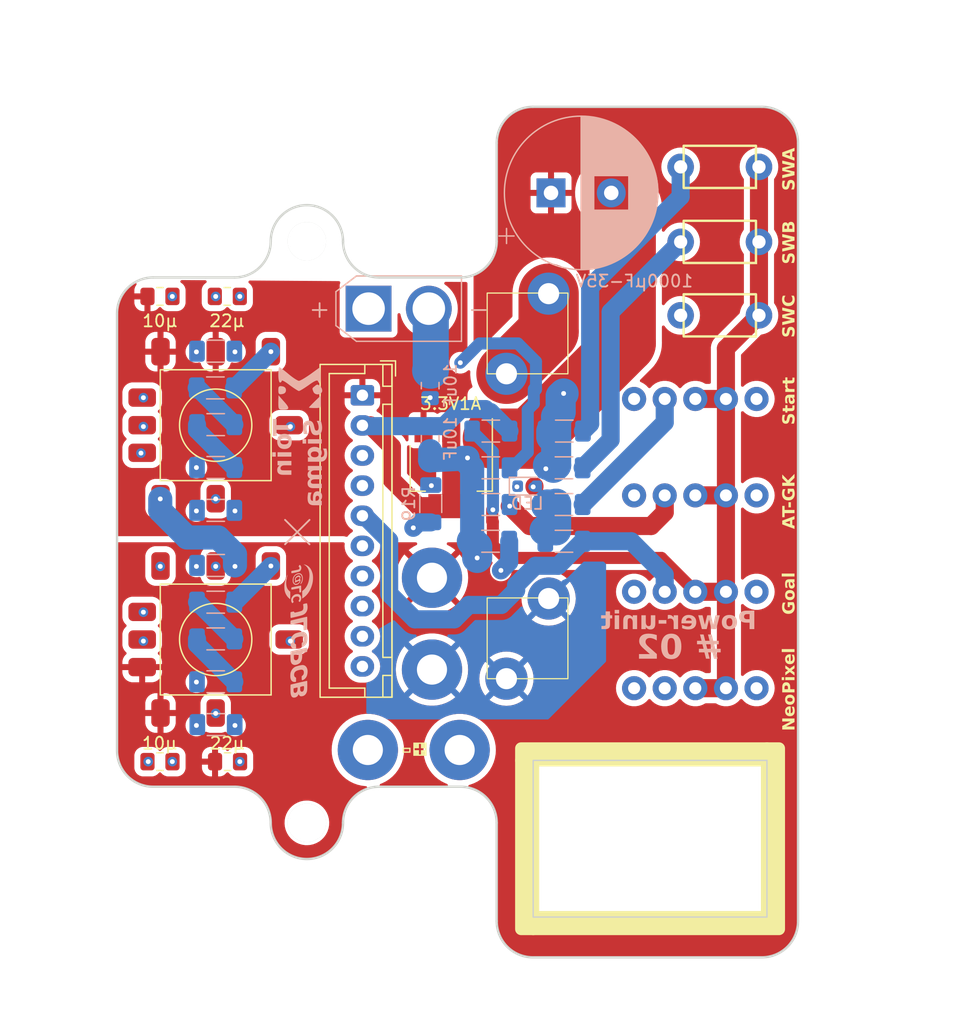
<source format=kicad_pcb>
(kicad_pcb (version 20221018) (generator pcbnew)
  (layers (0 "F.Cu" signal) (1 "In1.Cu" signal) (2 "In2.Cu" signal) (31 "B.Cu" signal) (34 "B.Paste" user) (35 "F.Paste" user) (36 "B.SilkS" user "B.Silkscreen") (37 "F.SilkS" user "F.Silkscreen") (38 "B.Mask" user) (39 "F.Mask" user) (44 "Edge.Cuts" user))
  (net 0 "")
  (net 1 "+9V")
  (net 2 "GND")
  (net 3 "+5V")
  (net 4 "+5V_Line")
  (net 5 "+3.3V")
  (net 6 "+v")
  (net 7 "motor-start")
  (net 8 "at-gk")
  (net 9 "whichgoal")
  (net 10 "neopixel")
  (net 11 "swA")
  (net 12 "swB")
  (net 13 "swC")
  (net 14 "Net-(OKLT6W12C1-Trim)")
  (net 15 "Net-(OKLT6W12C2-Trim)")
  (net 16 "Net-(SW2A-B)")
  (net 17 "Net-(R10-Pad2)")
  (net 18 "Net-(R11-Pad2)")
  (net 19 "Net-(R15-Pad2)")
  (net 20 "Net-(R16-Pad2)")
  (net 21 "+v-fuse")
  (net 22 "Net-(D1-A)")
  (footprint "@3pare:TVBP06-b043CW-B" (layer "F.Cu") (at 184.637747 71.167776 180)
    (fp_text reference "SW8")
    (fp_text value "sw_C")
  )
  (footprint "Connector_JST:JST_XH_B10B-XH-A_1x10_P2.50mm_Vertical" (layer "F.Cu") (at 154.975 77.8 -90)
    (fp_text reference "J3")
    (fp_text value "Conn_01x10_Pin")
  )
  (footprint "Capacitor_SMD:C_0805_2012Metric_Pad1.18x1.45mm_HandSolder" (layer "F.Cu") (at 143.7855 108.204)
    (fp_text reference "C2")
    (fp_text value "22μ")
  )
  (footprint "@3pare:RA1113112R" (layer "F.Cu") (at 178.85 114.6)
    (fp_text reference "REF**")
    (fp_text value "RA1113112R")
    (fp_rect (start 9.7 -6.5) (end -9.7 6.5) (stroke (width 0.12)) (fill none) (layer "Edge.Cuts"))
  )
  (footprint "MountingHole:MountingHole_3.2mm_M3" (layer "F.Cu") (at 150.368 113.283776)
    (fp_text reference "REF**")
    (fp_text value "MountingHole_3.2mm_M3")
  )
  (footprint "@3pare:2MS1-T1-B4-VS2-Q-E-S" (layer "F.Cu") (at 182.605747 102.108)
    (fp_text reference "SW5")
    (fp_text value "NeoPixel_on-off")
  )
  (footprint "@3pare:2MS1-T1-B4-VS2-Q-E-S" (layer "F.Cu") (at 182.605747 78.108)
    (fp_text reference "SW2")
    (fp_text value "motor-start")
  )
  (footprint "@3pare:OKL-T6-W12" (layer "F.Cu") (at 142.8 80.283776 90)
    (fp_text reference "OKLT6W12C1")
    (fp_text value "~")
  )
  (footprint "@3pare:OKL-T6-W12" (layer "F.Cu") (at 142.8 98.067776 90)
    (fp_text reference "OKLT6W12C2")
    (fp_text value "~")
  )
  (footprint "Package_TO_SOT_SMD:SOT-223-3_TabPin2" (layer "F.Cu") (at 162.35 83.85 -90)
    (fp_text reference "3.3V1A")
    (fp_text value "~")
  )
  (footprint "Capacitor_SMD:C_0805_2012Metric_Pad1.18x1.45mm_HandSolder" (layer "F.Cu") (at 138.176 69.596)
    (fp_text reference "C3")
    (fp_text value "10μ")
  )
  (footprint "@3pare:2MS1-T1-B4-VS2-Q-E-S" (layer "F.Cu") (at 182.605747 86.108)
    (fp_text reference "SW3")
    (fp_text value "move_at-gk")
  )
  (footprint "Capacitor_SMD:C_0805_2012Metric_Pad1.18x1.45mm_HandSolder" (layer "F.Cu") (at 138.176 108.204)
    (fp_text reference "C5")
    (fp_text value "10μ")
  )
  (footprint "@3pare:2MS1-T1-B4-VS2-Q-E-S" (layer "F.Cu") (at 182.605747 94.108)
    (fp_text reference "SW4")
    (fp_text value "goal_blue-yellow")
  )
  (footprint "@3pare:TVBP06-b043CW-B" (layer "F.Cu") (at 184.637747 65.071776 180)
    (fp_text reference "SW7")
    (fp_text value "sw_B")
  )
  (footprint "@3pare:TVBP06-b043CW-B" (layer "F.Cu") (at 184.637747 58.847776 180)
    (fp_text reference "SW6")
    (fp_text value "sw_A")
  )
  (footprint "@3pare:vin" (layer "F.Cu") (at 159.237747 107.235776 180)
    (fp_text reference "J1")
    (fp_text value "from-battery")
  )
  (footprint "MountingHole:MountingHole_3.2mm_M3" (layer "F.Cu") (at 150.368 65.024)
    (fp_text reference "REF**")
    (fp_text value "MountingHole_3.2mm_M3")
  )
  (footprint "Capacitor_SMD:C_0805_2012Metric_Pad1.18x1.45mm_HandSolder" (layer "F.Cu") (at 143.764 69.596)
    (fp_text reference "C4")
    (fp_text value "22μ")
  )
  (footprint "@3pare:2pin" (layer "F.Cu") (at 160.75 96.5 90)
    (fp_text reference "SW1")
    (fp_text value "sw_B")
  )
  (footprint "@3pare:mini-fuse-holder" (layer "F.Cu") (at 165.381 85.369 90)
    (fp_text reference "F1")
    (fp_text value "Fuse-15A")
  )
  (footprint "Connector_AMASS:AMASS_XT30U-M_1x02_P5.0mm_Vertical" (layer "B.Cu") (at 155.488 70.612)
    (fp_text reference "J2")
    (fp_text value "Conn_01x02_Pin")
  )
  (footprint "Resistor_SMD:R_1206_3216Metric_Pad1.30x1.75mm_HandSolder" (layer "B.Cu") (at 171.704 83.82 180)
    (fp_text reference "R7")
    (fp_text value "100k")
  )
  (footprint "Resistor_SMD:R_1206_3216Metric_Pad1.30x1.75mm_HandSolder" (layer "B.Cu") (at 171.704 89.916 180)
    (fp_text reference "R4")
    (fp_text value "100k")
  )
  (footprint "Resistor_SMD:R_1206_3216Metric_Pad1.30x1.75mm_HandSolder" (layer "B.Cu") (at 142.8 101.574 180)
    (fp_text reference "R17")
    (fp_text value "10")
  )
  (footprint "Resistor_SMD:R_1206_3216Metric_Pad1.30x1.75mm_HandSolder" (layer "B.Cu") (at 160.65 86.8 -90)
    (fp_text reference "R19")
    (fp_text value "75")
  )
  (footprint "Resistor_SMD:R_1206_3216Metric_Pad1.30x1.75mm_HandSolder" (layer "B.Cu") (at 165.634 80.772 180)
    (fp_text reference "R1")
    (fp_text value "10k")
  )
  (footprint "Resistor_SMD:R_1206_3216Metric_Pad1.30x1.75mm_HandSolder" (layer "B.Cu") (at 142.774 77.19 180)
    (fp_text reference "R10")
    (fp_text value "1k")
  )
  (footprint "Resistor_SMD:R_1206_3216Metric_Pad1.30x1.75mm_HandSolder" (layer "B.Cu") (at 142.8 74.142 180)
    (fp_text reference "R9")
    (fp_text value "20k")
  )
  (footprint "LED_SMD:LED_0603_1608Metric" (layer "B.Cu") (at 168.656 85.344)
    (fp_text reference "LED")
    (fp_text value "LED")
  )
  (footprint "Resistor_SMD:R_1206_3216Metric_Pad1.30x1.75mm_HandSolder" (layer "B.Cu") (at 142.826 105.13 180)
    (fp_text reference "R18")
    (fp_text value "1.2k")
  )
  (footprint "Resistor_SMD:R_1206_3216Metric_Pad1.30x1.75mm_HandSolder" (layer "B.Cu") (at 171.73 80.772 180)
    (fp_text reference "R6")
    (fp_text value "100k")
  )
  (footprint "Capacitor_SMD:C_0805_2012Metric_Pad1.18x1.45mm_HandSolder" (layer "B.Cu") (at 160.6 81.4 90)
    (fp_text reference "10uF")
    (fp_text value "10uF")
  )
  (footprint "Resistor_SMD:R_1206_3216Metric_Pad1.30x1.75mm_HandSolder" (layer "B.Cu") (at 142.8 91.922 180)
    (fp_text reference "R14")
    (fp_text value "20k")
  )
  (footprint "Resistor_SMD:R_1206_3216Metric_Pad1.30x1.75mm_HandSolder" (layer "B.Cu") (at 165.634 83.82 180)
    (fp_text reference "R8")
    (fp_text value "100k")
  )
  (footprint "Resistor_SMD:R_1206_3216Metric_Pad1.30x1.75mm_HandSolder" (layer "B.Cu") (at 142.8 98.018 180)
    (fp_text reference "R16")
    (fp_text value "330")
  )
  (footprint "Capacitor_THT:CP_Radial_D12.5mm_P5.00mm" (layer "B.Cu") (at 170.629788 61.007776)
    (fp_text reference "C1")
    (fp_text value "1000μF-35V")
  )
  (footprint "Resistor_SMD:R_1206_3216Metric_Pad1.30x1.75mm_HandSolder" (layer "B.Cu") (at 142.8 80.238 180)
    (fp_text reference "R11")
    (fp_text value "330")
  )
  (footprint "Resistor_SMD:R_1206_3216Metric_Pad1.30x1.75mm_HandSolder" (layer "B.Cu") (at 171.704 86.868 180)
    (fp_text reference "R2")
    (fp_text value "100k")
  )
  (footprint "Resistor_SMD:R_1206_3216Metric_Pad1.30x1.75mm_HandSolder" (layer "B.Cu") (at 165.634 86.868 180)
    (fp_text reference "R3")
    (fp_text value "100k")
  )
  (footprint "Resistor_SMD:R_1206_3216Metric_Pad1.30x1.75mm_HandSolder" (layer "B.Cu") (at 142.8 94.97 180)
    (fp_text reference "R15")
    (fp_text value "1k")
  )
  (footprint "Resistor_SMD:R_1206_3216Metric_Pad1.30x1.75mm_HandSolder" (layer "B.Cu") (at 142.8 83.794 180)
    (fp_text reference "R12")
    (fp_text value "10")
  )
  (footprint "Resistor_SMD:R_1206_3216Metric_Pad1.30x1.75mm_HandSolder" (layer "B.Cu") (at 165.608 89.916 180)
    (fp_text reference "R5")
    (fp_text value "100k")
  )
  (footprint "Resistor_SMD:R_1206_3216Metric_Pad1.30x1.75mm_HandSolder" (layer "B.Cu") (at 142.8 87.35 180)
    (fp_text reference "R13")
    (fp_text value "1.2k")
  )
  (footprint "Capacitor_SMD:C_0805_2012Metric_Pad1.18x1.45mm_HandSolder" (layer "B.Cu") (at 160.6 77 90)
    (fp_text reference "10uF")
    (fp_text value "10uF")
  )
  (gr_poly (pts (xy 147.998427 78.507842) (xy 147.999574 78.595692) (xy 148.002169 78.672462) (xy 148.006768 78.738897) (xy 148.009994 78.768472) (xy 148.01393 78.795741) (xy 148.018647 78.820799) (xy 148.024214 78.843738) (xy 148.0307 78.864652) (xy 148.038177 78.883632) (xy 148.046712 78.900774) (xy 148.056377 78.916168) (xy 148.067241 78.929909) (xy 148.079373 78.942089) (xy 148.092844 78.952801) (xy 148.107723 78.962139) (xy 148.12408 78.970196) (xy 148.141984 78.977063) (xy 148.161506 78.982836) (xy 148.182716 78.987605) (xy 148.205682 78.991466) (xy 148.230475 78.994509) (xy 148.28582 78.998519) (xy 148.34931 79.00038) (xy 148.421502 79.000835) (xy 148.51576 78.99895) (xy 148.59745 78.993035) (xy 148.633582 78.988443) (xy 148.666572 78.982696) (xy 148.696421 78.975745) (xy 148.723127 78.967541) (xy 148.746691 78.958035) (xy 148.767114 78.947177) (xy 148.784395 78.934919) (xy 148.798533 78.921212) (xy 148.80953 78.906005) (xy 148.817385 78.889251) (xy 148.822098 78.870901) (xy 148.823669 78.850904) (xy 148.822098 78.829212) (xy 148.817385 78.805777) (xy 148.80953 78.780548) (xy 148.798533 78.753477) (xy 148.784395 78.724514) (xy 148.767114 78.693611) (xy 148.746691 78.660719) (xy 148.723127 78.625788) (xy 148.666572 78.549613) (xy 148.59745 78.464695) (xy 148.51576 78.370641) (xy 148.421502 78.267057) (xy 148.01228 77.80139) (xy 147.998169 78.408168)) (fill solid) (layer "B.SilkS"))
  (gr_line (start 148.555778 90.17) (end 150.587778 88.138) (stroke (width 0.15)) (layer "B.SilkS"))
  (gr_poly (pts (xy 149.003884 96.67885) (xy 149.004536 96.709331) (xy 149.005827 96.738811) (xy 149.00775 96.766423) (xy 149.0103 96.791298) (xy 149.01347 96.812568) (xy 149.017253 96.829365) (xy 149.019373 96.835814) (xy 149.021645 96.84082) (xy 149.024066 96.844274) (xy 149.026638 96.846066) (xy 149.040641 96.845281) (xy 149.072786 96.840047) (xy 149.183095 96.81802) (xy 149.340764 96.783558) (xy 149.528993 96.740233) (xy 149.719273 96.695629) (xy 149.804673 96.676311) (xy 149.880713 96.659623) (xy 149.945244 96.646044) (xy 149.996115 96.636053) (xy 150.031178 96.630131) (xy 150.042109 96.628845) (xy 150.048282 96.628755) (xy 150.084971 96.632988) (xy 150.089204 96.9519) (xy 150.090348 97.03752) (xy 150.09174 97.10796) (xy 150.092565 97.137911) (xy 150.093496 97.164575) (xy 150.094546 97.188122) (xy 150.095731 97.208722) (xy 150.097064 97.226543) (xy 150.098561 97.241756) (xy 150.100236 97.25453) (xy 150.102103 97.265034) (xy 150.103113 97.269488) (xy 150.104176 97.273438) (xy 150.105295 97.276905) (xy 150.106471 97.279911) (xy 150.107706 97.282477) (xy 150.109002 97.284623) (xy 150.11036 97.286372) (xy 150.111782 97.287744) (xy 150.114718 97.289926) (xy 150.11827 97.291707) (xy 150.122492 97.293083) (xy 150.127437 97.29405) (xy 150.133159 97.294603) (xy 150.139712 97.294739) (xy 150.14715 97.294453) (xy 150.155527 97.293741) (xy 150.164895 97.2926) (xy 150.17531 97.291024) (xy 150.199492 97.286554) (xy 150.228502 97.280297) (xy 150.262771 97.272222) (xy 150.395416 97.239766) (xy 150.399649 96.713422) (xy 150.400429 96.566008) (xy 150.400597 96.447714) (xy 150.400426 96.398542) (xy 150.400071 96.355515) (xy 150.399521 96.318255) (xy 150.398767 96.286384) (xy 150.397798 96.259524) (xy 150.396603 96.237296) (xy 150.395173 96.219322) (xy 150.393497 96.205223) (xy 150.392564 96.199509) (xy 150.391565 96.194622) (xy 150.390499 96.190515) (xy 150.389366 96.187141) (xy 150.388163 96.184451) (xy 150.38689 96.1824) (xy 150.385545 96.180939) (xy 150.384127 96.180022) (xy 150.380222 96.179684) (xy 150.372868 96.180231) (xy 150.348562 96.183814) (xy 150.312714 96.19044) (xy 150.266828 96.199777) (xy 150.150963 96.225266) (xy 150.013004 96.257633) (xy 149.351193 96.415677) (xy 149.288449 96.430433) (xy 149.229176 96.444826) (xy 149.174733 96.45849) (xy 149.126474 96.471064) (xy 149.085756 96.482182) (xy 149.053934 96.491481) (xy 149.032365 96.498597) (xy 149.025849 96.501223) (xy 149.022404 96.503167) (xy 149.019978 96.505985) (xy 149.017724 96.510397) (xy 149.013731 96.523573) (xy 149.010421 96.541825) (xy 149.007786 96.564285) (xy 149.005821 96.590086) (xy 149.00452 96.618359) (xy 149.003876 96.648237)) (fill solid) (layer "B.SilkS"))
  (gr_poly (pts (xy 149.076799 92.481157) (xy 149.077267 92.495635) (xy 149.07814 92.509589) (xy 149.079422 92.522664) (xy 149.081118 92.534508) (xy 149.083231 92.544765) (xy 149.085766 92.553084) (xy 149.087193 92.556406) (xy 149.088727 92.559111) (xy 149.090939 92.561737) (xy 149.09452 92.563779) (xy 149.099647 92.565219) (xy 149.106498 92.566034) (xy 149.11525 92.566204) (xy 149.126083 92.565709) (xy 149.154696 92.562638) (xy 149.193761 92.556658) (xy 149.244699 92.547601) (xy 149.387882 92.5196) (xy 149.442779 92.508272) (xy 149.492823 92.497504) (xy 149.538285 92.487195) (xy 149.579441 92.477244) (xy 149.616561 92.467549) (xy 149.649919 92.45801) (xy 149.679788 92.448523) (xy 149.706441 92.43899) (xy 149.718646 92.434174) (xy 149.73015 92.429307) (xy 149.740986 92.424379) (xy 149.751188 92.419375) (xy 149.760791 92.414283) (xy 149.769829 92.409091) (xy 149.778335 92.403786) (xy 149.786345 92.398354) (xy 149.793891 92.392785) (xy 149.801008 92.387064) (xy 149.807731 92.381179) (xy 149.814093 92.375118) (xy 149.820128 92.368867) (xy 149.825871 92.362415) (xy 149.831355 92.355749) (xy 149.836616 92.348855) (xy 149.846062 92.335389) (xy 149.854825 92.321476) (xy 149.862905 92.307156) (xy 149.870306 92.292471) (xy 149.877028 92.277462) (xy 149.883075 92.262169) (xy 149.888447 92.246633) (xy 149.893148 92.230895) (xy 149.897179 92.214996) (xy 149.900543 92.198976) (xy 149.903241 92.182877) (xy 149.905275 92.166739) (xy 149.906648 92.150603) (xy 149.907361 92.13451) (xy 149.907417 92.118501) (xy 149.906818 92.102616) (xy 149.905566 92.086897) (xy 149.903663 92.071384) (xy 149.90111 92.056118) (xy 149.897911 92.041139) (xy 149.894066 92.02649) (xy 149.889579 92.012209) (xy 149.884451 91.998339) (xy 149.878684 91.984921) (xy 149.872281 91.971994) (xy 149.865243 91.9596) (xy 149.857572 91.94778) (xy 149.849271 91.936574) (xy 149.840342 91.926023) (xy 149.830786 91.916168) (xy 149.820607 91.907051) (xy 149.809804 91.898711) (xy 149.801068 91.892538) (xy 149.79329 91.887298) (xy 149.786339 91.883062) (xy 149.780083 91.879903) (xy 149.777174 91.87875) (xy 149.774389 91.877894) (xy 149.771711 91.877343) (xy 149.769125 91.877106) (xy 149.766613 91.877193) (xy 149.764158 91.877612) (xy 149.761745 91.878373) (xy 149.759357 91.879484) (xy 149.756977 91.880955) (xy 149.754589 91.882795) (xy 149.752176 91.885013) (xy 149.749722 91.887617) (xy 149.74721 91.890618) (xy 149.744623 91.894023) (xy 149.739161 91.902084) (xy 149.733202 91.911873) (xy 149.726615 91.923463) (xy 149.711027 91.952333) (xy 149.67716 92.0116) (xy 149.71526 92.051111) (xy 149.719253 92.055425) (xy 149.723031 92.059895) (xy 149.726593 92.064511) (xy 149.729939 92.069262) (xy 149.733067 92.07414) (xy 149.735978 92.079134) (xy 149.741145 92.089431) (xy 149.745436 92.100076) (xy 149.748846 92.110989) (xy 149.751371 92.122093) (xy 149.753007 92.133308) (xy 149.753751 92.144556) (xy 149.753597 92.155759) (xy 149.752542 92.166838) (xy 149.750582 92.177714) (xy 149.747712 92.188309) (xy 149.745935 92.193476) (xy 149.743929 92.198544) (xy 149.741693 92.203502) (xy 149.739228 92.208341) (xy 149.736531 92.213051) (xy 149.733604 92.217622) (xy 149.728146 92.2243) (xy 149.721624 92.230633) (xy 149.713733 92.236706) (xy 149.70417 92.242603) (xy 149.69263 92.248409) (xy 149.678811 92.254209) (xy 149.662408 92.260087) (xy 149.643117 92.266129) (xy 149.594657 92.279041) (xy 149.531 92.293623) (xy 149.449715 92.310554) (xy 149.348371 92.330511) (xy 149.298671 92.339994) (xy 149.251864 92.34923) (xy 149.208994 92.357969) (xy 149.1711 92.365965) (xy 149.139226 92.372968) (xy 149.114413 92.378731) (xy 149.097703 92.383006) (xy 149.092712 92.384507) (xy 149.090138 92.385544) (xy 149.088596 92.386839) (xy 149.087145 92.388842) (xy 149.085787 92.391509) (xy 149.084521 92.394796) (xy 149.082268 92.403053) (xy 149.080392 92.413259) (xy 149.078896 92.425061) (xy 149.077785 92.438105) (xy 149.077062 92.452038) (xy 149.076732 92.466507)) (fill solid) (layer "B.SilkS"))
  (gr_poly (pts (xy 150.02006 94.643322) (xy 150.030415 94.637506) (xy 150.044159 94.628814) (xy 150.060715 94.617674) (xy 150.079503 94.604516) (xy 150.099945 94.589771) (xy 150.121462 94.573869) (xy 150.143474 94.557239) (xy 150.165404 94.540311) (xy 150.22693 94.488828) (xy 150.286071 94.433912) (xy 150.342789 94.375636) (xy 150.397047 94.31407) (xy 150.448808 94.249288) (xy 150.498035 94.181362) (xy 150.544691 94.110365) (xy 150.588738 94.036368) (xy 150.630139 93.959444) (xy 150.668857 93.879665) (xy 150.704855 93.797105) (xy 150.738095 93.711834) (xy 150.768541 93.623926) (xy 150.796155 93.533453) (xy 150.820899 93.440486) (xy 150.842738 93.3451) (xy 150.850923 93.301959) (xy 150.858015 93.25642) (xy 150.864011 93.208897) (xy 150.86891 93.159803) (xy 150.872708 93.109552) (xy 150.875406 93.058556) (xy 150.876999 93.007229) (xy 150.877486 92.955986) (xy 150.876866 92.905238) (xy 150.875136 92.8554) (xy 150.872293 92.806885) (xy 150.868336 92.760106) (xy 150.863263 92.715477) (xy 150.857072 92.673411) (xy 150.849761 92.634321) (xy 150.841327 92.598622) (xy 150.819511 92.522087) (xy 150.795325 92.449631) (xy 150.768745 92.38123) (xy 150.739749 92.316863) (xy 150.708313 92.256505) (xy 150.674416 92.200134) (xy 150.656537 92.173437) (xy 150.638034 92.147729) (xy 150.618904 92.123005) (xy 150.599145 92.099265) (xy 150.578753 92.076504) (xy 150.557725 92.05472) (xy 150.53606 92.03391) (xy 150.513753 92.014072) (xy 150.490803 91.995202) (xy 150.467205 91.977297) (xy 150.442959 91.960355) (xy 150.418059 91.944373) (xy 150.392505 91.929348) (xy 150.366292 91.915278) (xy 150.339419 91.902158) (xy 150.311882 91.889988) (xy 150.283678 91.878763) (xy 150.254804 91.86848) (xy 150.225259 91.859138) (xy 150.195038 91.850733) (xy 150.156748 91.841095) (xy 150.141364 91.837403) (xy 150.128429 91.834483) (xy 150.1179 91.832348) (xy 150.109734 91.831013) (xy 150.106524 91.83065) (xy 150.103888 91.830493) (xy 150.101821 91.830542) (xy 150.100317 91.830801) (xy 150.099371 91.83127) (xy 150.098978 91.831953) (xy 150.099133 91.832849) (xy 150.099829 91.833962) (xy 150.101062 91.835293) (xy 150.102825 91.836844) (xy 150.107924 91.840613) (xy 150.115081 91.845282) (xy 150.124253 91.850868) (xy 150.148471 91.864844) (xy 150.206292 91.90114) (xy 150.260134 91.941692) (xy 150.309953 91.98639) (xy 150.355706 92.035125) (xy 150.39735 92.087788) (xy 150.434841 92.144269) (xy 150.468136 92.204458) (xy 150.497192 92.268245) (xy 150.521965 92.335522) (xy 150.542411 92.406179) (xy 150.558487 92.480105) (xy 150.570151 92.557192) (xy 150.577358 92.637331) (xy 150.580064 92.72041) (xy 150.578228 92.806321) (xy 150.571805 92.894955) (xy 150.561621 92.984112) (xy 150.548549 93.070575) (xy 150.532607 93.154297) (xy 150.513817 93.235231) (xy 150.492199 93.313329) (xy 150.467774 93.388544) (xy 150.440562 93.460827) (xy 150.410585 93.530132) (xy 150.377863 93.59641) (xy 150.342416 93.659615) (xy 150.304266 93.719698) (xy 150.263433 93.776613) (xy 150.219937 93.830311) (xy 150.173799 93.880746) (xy 150.125041 93.927869) (xy 150.073682 93.971633) (xy 149.979138 94.047833) (xy 149.979138 94.6659)) (fill solid) (layer "B.SilkS"))
  (gr_poly (pts (xy 148.99628 98.287946) (xy 148.997004 98.333377) (xy 148.998068 98.371301) (xy 148.999694 98.406846) (xy 149.001916 98.440146) (xy 149.004765 98.471336) (xy 149.008277 98.500549) (xy 149.012482 98.527921) (xy 149.017416 98.553585) (xy 149.02311 98.577676) (xy 149.029598 98.600329) (xy 149.036912 98.621677) (xy 149.045087 98.641855) (xy 149.054154 98.660998) (xy 149.064148 98.679239) (xy 149.075101 98.696714) (xy 149.087045 98.713556) (xy 149.100016 98.7299) (xy 149.107471 98.738249) (xy 149.115523 98.746355) (xy 149.124131 98.754208) (xy 149.133257 98.761796) (xy 149.152896 98.776133) (xy 149.174121 98.789277) (xy 149.196611 98.801139) (xy 149.220045 98.811631) (xy 149.244104 98.820664) (xy 149.268467 98.828148) (xy 149.292813 98.833996) (xy 149.316822 98.838117) (xy 149.340174 98.840424) (xy 149.362548 98.840826) (xy 149.373269 98.840286) (xy 149.383624 98.839236) (xy 149.393576 98.837666) (xy 149.403082 98.835565) (xy 149.412104 98.832921) (xy 149.420601 98.829723) (xy 149.428533 98.825961) (xy 149.43586 98.821622) (xy 149.447099 98.813651) (xy 149.451692 98.809703) (xy 149.45566 98.805482) (xy 149.459049 98.800765) (xy 149.461905 98.795329) (xy 149.464273 98.78895) (xy 149.466199 98.781405) (xy 149.467728 98.772471) (xy 149.468905 98.761925) (xy 149.469777 98.749544) (xy 149.470388 98.735103) (xy 149.471011 98.699153) (xy 149.471138 98.652289) (xy 149.470948 98.621977) (xy 149.47041 98.59289) (xy 149.469575 98.56572) (xy 149.468492 98.541164) (xy 149.46721 98.519914) (xy 149.46578 98.502667) (xy 149.46425 98.490115) (xy 149.463464 98.485818) (xy 149.462671 98.482955) (xy 149.461635 98.480495) (xy 149.460136 98.477892) (xy 149.458206 98.47517) (xy 149.45588 98.47235) (xy 149.45319 98.469456) (xy 149.45017 98.46651) (xy 149.446851 98.463535) (xy 149.443268 98.460554) (xy 149.439454 98.457589) (xy 149.435441 98.454664) (xy 149.431263 98.451801) (xy 149.426952 98.449022) (xy 149.422543 98.446351) (xy 149.418067 98.443811) (xy 149.413558 98.441423) (xy 149.409049 98.439211) (xy 149.396296 98.432524) (xy 149.384487 98.425138) (xy 149.373603 98.417017) (xy 149.363629 98.408122) (xy 149.354547 98.398417) (xy 149.346343 98.387865) (xy 149.338998 98.376428) (xy 149.332496 98.364069) (xy 149.326821 98.350751) (xy 149.321957 98.336437) (xy 149.317886 98.321089) (xy 149.314593 98.30467) (xy 149.31206 98.287143) (xy 149.310271 98.268472) (xy 149.30921 98.248618) (xy 149.30886 98.227544) (xy 149.309478 98.206131) (xy 149.310831 98.185756) (xy 149.312956 98.166332) (xy 149.315893 98.147772) (xy 149.319683 98.129989) (xy 149.324363 98.112897) (xy 149.329973 98.096408) (xy 149.336553 98.080436) (xy 149.344142 98.064894) (xy 149.352778 98.049695) (xy 149.362502 98.034752) (xy 149.373352 98.019979) (xy 149.385368 98.005288) (xy 149.39859 97.990593) (xy 149.413055 97.975807) (xy 149.428804 97.960844) (xy 149.45219 97.940421) (xy 149.462858 97.931754) (xy 149.473276 97.923935) (xy 149.483769 97.916826) (xy 149.494661 97.910292) (xy 149.506276 97.904196) (xy 149.518939 97.898402) (xy 149.532975 97.892774) (xy 149.548708 97.887174) (xy 149.566462 97.881467) (xy 149.586562 97.875516) (xy 149.6351 97.862336) (xy 149.696916 97.846544) (xy 149.75275 97.833277) (xy 149.803934 97.823156) (xy 149.827827 97.819297) (xy 149.850612 97.816251) (xy 149.872306 97.814027) (xy 149.892928 97.812633) (xy 149.912495 97.812079) (xy 149.931027 97.812372) (xy 149.948541 97.813522) (xy 149.965054 97.815538) (xy 149.980586 97.818428) (xy 149.995154 97.822202) (xy 150.008776 97.826867) (xy 150.021471 97.832433) (xy 150.033256 97.838908) (xy 150.04415 97.846302) (xy 150.054171 97.854623) (xy 150.063336 97.86388) (xy 150.071664 97.874081) (xy 150.079173 97.885236) (xy 150.085881 97.897353) (xy 150.091806 97.910441) (xy 150.096967 97.924509) (xy 150.10138 97.939565) (xy 150.105065 97.955619) (xy 150.10804 97.972679) (xy 150.110321 97.990753) (xy 150.111929 98.009852) (xy 150.11288 98.029983) (xy 150.113193 98.051155) (xy 150.11243 98.080593) (xy 150.111832 98.093729) (xy 150.111055 98.105946) (xy 150.11007 98.117344) (xy 150.108852 98.128025) (xy 150.107374 98.13809) (xy 150.105609 98.14764) (xy 150.103529 98.156777) (xy 150.101108 98.165601) (xy 150.098319 98.174215) (xy 150.095135 98.182719) (xy 150.09153 98.191215) (xy 150.087476 98.199804) (xy 150.082947 98.208588) (xy 150.077916 98.217666) (xy 150.074479 98.223681) (xy 150.071061 98.229531) (xy 150.06768 98.235188) (xy 150.064356 98.240619) (xy 150.061105 98.245794) (xy 150.057948 98.250681) (xy 150.054902 98.255251) (xy 150.051986 98.25947) (xy 150.04922 98.26331) (xy 150.04662 98.266738) (xy 150.044207 98.269724) (xy 150.041998 98.272236) (xy 150.040013 98.274245) (xy 150.03911 98.27505) (xy 150.038269 98.275717) (xy 150.037494 98.276243) (xy 150.036786 98.276624) (xy 150.036148 98.276855) (xy 150.035582 98.276933) (xy 150.034561 98.277144) (xy 150.033105 98.277765) (xy 150.031238 98.278775) (xy 150.02899 98.280152) (xy 150.023453 98.283928) (xy 150.016709 98.288927) (xy 150.008972 98.294985) (xy 150.000459 98.301936) (xy 149.991383 98.309614) (xy 149.98196 98.317855) (xy 149.967055 98.332104) (xy 149.961025 98.338412) (xy 149.955854 98.344534) (xy 149.951478 98.350738) (xy 149.947829 98.357295) (xy 149.944841 98.364471) (xy 149.942449 98.372536) (xy 149.940586 98.381758) (xy 149.939186 98.392407) (xy 149.938183 98.404751) (xy 149.93751 98.419058) (xy 149.936893 98.454639) (xy 149.936805 98.501299) (xy 149.936878 98.529653) (xy 149.937124 98.555024) (xy 149.937586 98.577571) (xy 149.93791 98.587835) (xy 149.938304 98.597454) (xy 149.938772 98.606446) (xy 149.939319 98.614831) (xy 149.939952 98.62263) (xy 149.940674 98.629862) (xy 149.941491 98.636548) (xy 149.942409 98.642707) (xy 149.943432 98.648359) (xy 149.944566 98.653523) (xy 149.945815 98.658221) (xy 149.947185 98.662471) (xy 149.948682 98.666294) (xy 149.950309 98.66971) (xy 149.952073 98.672738) (xy 149.953979 98.675398) (xy 149.956031 98.67771) (xy 149.958236 98.679695) (xy 149.960597 98.681372) (xy 149.963121 98.68276) (xy 149.965812 98.68388) (xy 149.968676 98.684752) (xy 149.971717 98.685396) (xy 149.974942 98.685831) (xy 149.978354 98.686077) (xy 149.98196 98.686155) (xy 149.993043 98.685329) (xy 150.005538 98.68292) (xy 150.019269 98.67903) (xy 150.034061 98.673764) (xy 150.049737 98.667224) (xy 150.066122 98.659515) (xy 150.083041 98.650739) (xy 150.100317 98.641) (xy 150.117775 98.630401) (xy 150.135239 98.619045) (xy 150.152534 98.607036) (xy 150.169483 98.594477) (xy 150.185912 98.581472) (xy 150.201644 98.568124) (xy 150.216504 98.554536) (xy 150.230316 98.540811) (xy 150.254299 98.513856) (xy 150.276529 98.486367) (xy 150.29704 98.458242) (xy 150.315864 98.429377) (xy 150.333034 98.399669) (xy 150.348584 98.369013) (xy 150.362547 98.337308) (xy 150.374954 98.30445) (xy 150.385841 98.270334) (xy 150.395239 98.234859) (xy 150.403182 98.197919) (xy 150.409703 98.159414) (xy 150.414835 98.119238) (xy 150.418611 98.077288) (xy 150.421064 98.033462) (xy 150.422227 97.987655) (xy 150.421889 97.94489) (xy 150.420322 97.904366) (xy 150.417486 97.865976) (xy 150.413341 97.82961) (xy 150.407848 97.795164) (xy 150.400969 97.762528) (xy 150.392663 97.731595) (xy 150.382892 97.702258) (xy 150.377444 97.688154) (xy 150.371616 97.674409) (xy 150.365401 97.661009) (xy 150.358796 97.647941) (xy 150.351794 97.635191) (xy 150.344392 97.622747) (xy 150.336584 97.610593) (xy 150.328366 97.598718) (xy 150.319732 97.587107) (xy 150.310678 97.575747) (xy 150.291288 97.553728) (xy 150.270158 97.532551) (xy 150.247249 97.512111) (xy 150.234006 97.501331) (xy 150.220217 97.491223) (xy 150.205899 97.481796) (xy 150.191069 97.473063) (xy 150.175742 97.465032) (xy 150.159936 97.457714) (xy 150.143667 97.45112) (xy 150.126952 97.445259) (xy 150.109806 97.440143) (xy 150.092247 97.435781) (xy 150.074291 97.432184) (xy 150.055955 97.429362) (xy 150.037255 97.427326) (xy 150.018208 97.426085) (xy 149.99883 97.425651) (xy 149.979138 97.426033) (xy 149.954672 97.427573) (xy 149.92516 97.431008) (xy 149.853968 97.442812) (xy 149.771498 97.459941) (xy 149.683686 97.48089) (xy 149.59647 97.504154) (xy 149.515786 97.528228) (xy 149.447571 97.551608) (xy 149.419994 97.562567) (xy 149.39776 97.572789) (xy 149.36559 97.590583) (xy 149.333745 97.611029) (xy 149.302383 97.633935) (xy 149.271664 97.659109) (xy 149.241747 97.686358) (xy 149.212791 97.71549) (xy 149.184956 97.746313) (xy 149.1584 97.778635) (xy 149.133283 97.812262) (xy 149.109764 97.847005) (xy 149.088001 97.882669) (xy 149.068155 97.919062) (xy 149.050384 97.955993) (xy 149.034848 97.99327) (xy 149.021705 98.030699) (xy 149.011115 98.068089) (xy 149.006747 98.088517) (xy 149.003156 98.112715) (xy 149.000325 98.140617) (xy 148.998239 98.172158) (xy 148.99688 98.20727) (xy 148.996233 98.245889)) (fill solid) (layer "B.SilkS"))
  (gr_poly (pts (xy 150.538825 78.819995) (xy 150.54077 78.822517) (xy 150.548394 78.827312) (xy 150.560772 78.831777) (xy 150.577636 78.835911) (xy 150.623745 78.843187) (xy 150.684572 78.84914) (xy 150.757966 78.85377) (xy 150.841778 78.857078) (xy 150.933859 78.859062) (xy 151.032058 78.859724) (xy 151.116669 78.859441) (xy 151.191028 78.858125) (xy 151.255796 78.855073) (xy 151.311634 78.849581) (xy 151.336411 78.845701) (xy 151.359204 78.840948) (xy 151.380095 78.835233) (xy 151.399167 78.82847) (xy 151.416503 78.820569) (xy 151.432185 78.811444) (xy 151.446296 78.801006) (xy 151.458919 78.789168) (xy 151.470136 78.775841) (xy 151.48003 78.760939) (xy 151.488684 78.744372) (xy 151.496181 78.726054) (xy 151.502603 78.705896) (xy 151.508032 78.68381) (xy 151.512552 78.659709) (xy 151.516245 78.633505) (xy 151.521482 78.574435) (xy 151.524403 78.505898) (xy 151.525671 78.427192) (xy 151.525947 78.337612) (xy 151.525947 77.815501) (xy 151.032058 78.295279) (xy 150.841778 78.486) (xy 150.757966 78.570859) (xy 150.684572 78.646293) (xy 150.623745 78.710482) (xy 150.598716 78.737791) (xy 150.577636 78.761607) (xy 150.560772 78.781703) (xy 150.548394 78.79785) (xy 150.54077 78.809821) (xy 150.538825 78.81417) (xy 150.538169 78.81739)) (fill solid) (layer "B.SilkS"))
  (gr_poly (pts (xy 149.075145 93.842516) (xy 149.075928 93.857338) (xy 149.077347 93.871659) (xy 149.079389 93.885112) (xy 149.082046 93.897329) (xy 149.085306 93.907942) (xy 149.087159 93.912532) (xy 149.089159 93.916583) (xy 149.091305 93.920049) (xy 149.093596 93.922884) (xy 149.096029 93.925042) (xy 149.098604 93.926477) (xy 149.102216 93.926961) (xy 149.108708 93.926841) (xy 149.129693 93.92489) (xy 149.160269 93.920822) (xy 149.199146 93.914836) (xy 149.296645 93.897902) (xy 149.411871 93.875677) (xy 149.623009 93.835108) (xy 149.691073 93.822496) (xy 149.711388 93.819034) (xy 149.720904 93.817822) (xy 149.723204 93.818391) (xy 149.725344 93.820129) (xy 149.727332 93.823077) (xy 149.729173 93.827281) (xy 149.730873 93.832782) (xy 149.732439 93.839625) (xy 149.735192 93.857509) (xy 149.737482 93.881281) (xy 149.739359 93.911286) (xy 149.740872 93.947873) (xy 149.742071 93.991389) (xy 149.746304 94.163544) (xy 149.788638 94.160722) (xy 149.826002 94.158296) (xy 149.840849 94.156852) (xy 149.853395 94.154548) (xy 149.863832 94.150855) (xy 149.86832 94.148322) (xy 149.872354 94.145244) (xy 149.875956 94.141553) (xy 149.879151 94.137185) (xy 149.881963 94.132072) (xy 149.884417 94.12615) (xy 149.888343 94.111608) (xy 149.891123 94.093033) (xy 149.892947 94.069893) (xy 149.894008 94.041659) (xy 149.894612 93.967796) (xy 149.894471 93.867211) (xy 149.894435 93.823658) (xy 149.894311 93.784892) (xy 149.89408 93.750641) (xy 149.893721 93.720632) (xy 149.893214 93.694591) (xy 149.892897 93.682973) (xy 149.892536 93.672246) (xy 149.892128 93.662374) (xy 149.891669 93.653324) (xy 149.891157 93.645061) (xy 149.890591 93.637552) (xy 149.889966 93.630763) (xy 149.889281 93.624658) (xy 149.888533 93.619205) (xy 149.887719 93.614368) (xy 149.886837 93.610115) (xy 149.885884 93.60641) (xy 149.884858 93.60322) (xy 149.884316 93.601807) (xy 149.883755 93.600511) (xy 149.883175 93.599326) (xy 149.882575 93.598248) (xy 149.881954 93.597273) (xy 149.881313 93.596397) (xy 149.880651 93.595616) (xy 149.879967 93.594925) (xy 149.879262 93.59432) (xy 149.878535 93.593797) (xy 149.877786 93.593351) (xy 149.877015 93.592979) (xy 149.87622 93.592675) (xy 149.875402 93.592437) (xy 149.874561 93.592259) (xy 149.873696 93.592137) (xy 149.871893 93.592044) (xy 149.824938 93.598314) (xy 149.73173 93.614953) (xy 149.470256 93.666304) (xy 149.214867 93.720036) (xy 149.129266 93.739651) (xy 149.09296 93.750088) (xy 149.090537 93.752549) (xy 149.088295 93.755666) (xy 149.086232 93.759394) (xy 149.084347 93.763687) (xy 149.082639 93.768499) (xy 149.081106 93.773783) (xy 149.078562 93.785587) (xy 149.076704 93.79873) (xy 149.075522 93.812844) (xy 149.075006 93.827563)) (fill solid) (layer "B.SilkS"))
  (gr_poly (pts (xy 148.992732 101.126041) (xy 148.994168 101.160397) (xy 148.996343 101.193457) (xy 148.999262 101.224773) (xy 149.00293 101.253895) (xy 149.00735 101.280376) (xy 149.012527 101.303766) (xy 149.022531 101.338874) (xy 149.034024 101.371701) (xy 149.047005 101.40225) (xy 149.054054 101.416671) (xy 149.061475 101.430524) (xy 149.069267 101.443808) (xy 149.077432 101.456524) (xy 149.085969 101.468671) (xy 149.094878 101.480252) (xy 149.104159 101.491264) (xy 149.113812 101.50171) (xy 149.123838 101.511589) (xy 149.134235 101.520901) (xy 149.145004 101.529647) (xy 149.156146 101.537827) (xy 149.167659 101.54544) (xy 149.179545 101.552489) (xy 149.191803 101.558971) (xy 149.204432 101.564889) (xy 149.217434 101.570242) (xy 149.230808 101.57503) (xy 149.244554 101.579255) (xy 149.258672 101.582915) (xy 149.273162 101.586011) (xy 149.288024 101.588544) (xy 149.303258 101.590513) (xy 149.318865 101.591919) (xy 149.351193 101.593044) (xy 149.360148 101.592963) (xy 149.368989 101.592722) (xy 149.377669 101.592328) (xy 149.38614 101.591787) (xy 149.394355 101.591106) (xy 149.402266 101.590291) (xy 149.409826 101.589347) (xy 149.416986 101.588282) (xy 149.423701 101.5871) (xy 149.429921 101.585809) (xy 149.435599 101.584415) (xy 149.440689 101.582924) (xy 149.445141 101.581341) (xy 149.44891 101.579674) (xy 149.450523 101.578811) (xy 149.451947 101.577929) (xy 149.453176 101.577028) (xy 149.454204 101.576111) (xy 149.456255 101.573432) (xy 149.458173 101.569631) (xy 149.459959 101.56471) (xy 149.461613 101.55867) (xy 149.463134 101.551514) (xy 149.464523 101.543244) (xy 149.466904 101.52337) (xy 149.468757 101.499064) (xy 149.470079 101.470343) (xy 149.470873 101.437224) (xy 149.471138 101.399721) (xy 149.471138 101.240267) (xy 149.414693 101.204988) (xy 149.400963 101.19585) (xy 149.388326 101.186388) (xy 149.376751 101.176541) (xy 149.366208 101.166249) (xy 149.356666 101.155453) (xy 149.348093 101.144093) (xy 149.340458 101.132109) (xy 149.333731 101.11944) (xy 149.32788 101.106027) (xy 149.322875 101.09181) (xy 149.318684 101.07673) (xy 149.315276 101.060725) (xy 149.312621 101.043736) (xy 149.310687 101.025703) (xy 149.309444 101.006567) (xy 149.30886 100.986266) (xy 149.309186 100.96937) (xy 149.310165 100.952815) (xy 149.311796 100.936601) (xy 149.314077 100.92073) (xy 149.317009 100.905203) (xy 149.32059 100.890021) (xy 149.324819 100.875186) (xy 149.329696 100.8607) (xy 149.33522 100.846562) (xy 149.34139 100.832775) (xy 149.348206 100.81934) (xy 149.355666 100.806259) (xy 149.363771 100.793532) (xy 149.372518 100.78116) (xy 149.381908 100.769146) (xy 149.391939 100.75749) (xy 149.402611 100.746194) (xy 149.413923 100.735258) (xy 149.425875 100.724685) (xy 149.438464 100.714476) (xy 149.451692 100.704631) (xy 149.465556 100.695153) (xy 149.495193 100.677299) (xy 149.527368 100.660926) (xy 149.562075 100.646043) (xy 149.599307 100.63266) (xy 149.63906 100.620789) (xy 149.685193 100.608668) (xy 149.727927 100.598239) (xy 149.767437 100.589504) (xy 149.803895 100.582468) (xy 149.837477 100.577136) (xy 149.853243 100.57511) (xy 149.868355 100.573511) (xy 149.882834 100.57234) (xy 149.896702 100.571597) (xy 149.909981 100.571284) (xy 149.922693 100.5714) (xy 149.93486 100.571946) (xy 149.946502 100.572922) (xy 149.957642 100.574329) (xy 149.968301 100.576168) (xy 149.978501 100.578438) (xy 149.988265 100.581142) (xy 149.997612 100.584278) (xy 150.006566 100.587848) (xy 150.015148 100.591852) (xy 150.02338 100.59629) (xy 150.031283 100.601164) (xy 150.038878 100.606474) (xy 150.046189 100.612219) (xy 150.053236 100.618401) (xy 150.060041 100.62502) (xy 150.066627 100.632077) (xy 150.07524 100.64281) (xy 150.083083 100.654834) (xy 150.090145 100.668054) (xy 150.096414 100.68237) (xy 150.101882 100.697688) (xy 150.106537 100.713908) (xy 150.11037 100.730935) (xy 150.11337 100.748671) (xy 150.115526 100.767018) (xy 150.116829 100.78588) (xy 150.117267 100.80516) (xy 150.116831 100.82476) (xy 150.115511 100.844584) (xy 150.113295 100.864533) (xy 150.110174 100.884512) (xy 150.106138 100.904422) (xy 150.103448 100.915651) (xy 150.100631 100.926123) (xy 150.097624 100.935943) (xy 150.094364 100.945212) (xy 150.09079 100.954035) (xy 150.08684 100.962515) (xy 150.082451 100.970755) (xy 150.077563 100.978858) (xy 150.072112 100.986929) (xy 150.066037 100.995069) (xy 150.059276 101.003384) (xy 150.051766 101.011975) (xy 150.043446 101.020947) (xy 150.034254 101.030402) (xy 150.024127 101.040445) (xy 150.013004 101.051178) (xy 149.936805 101.123144) (xy 149.936805 101.262845) (xy 149.937072 101.296857) (xy 149.937409 101.312401) (xy 149.937885 101.326984) (xy 149.938501 101.340616) (xy 149.93926 101.353307) (xy 149.940164 101.365068) (xy 149.941214 101.375909) (xy 149.942413 101.385841) (xy 149.943764 101.394874) (xy 149.945267 101.403018) (xy 149.946925 101.410283) (xy 149.94874 101.41668) (xy 149.950714 101.42222) (xy 149.95285 101.426912) (xy 149.955149 101.430766) (xy 149.95844 101.434984) (xy 149.961504 101.43864) (xy 149.964444 101.441739) (xy 149.967364 101.444282) (xy 149.968848 101.445346) (xy 149.970366 101.446271) (xy 149.97193 101.447058) (xy 149.973554 101.447708) (xy 149.97525 101.44822) (xy 149.977031 101.448595) (xy 149.978911 101.448833) (xy 149.980902 101.448934) (xy 149.985268 101.448728) (xy 149.990234 101.447978) (xy 149.995902 101.446687) (xy 150.002377 101.444856) (xy 150.009761 101.442487) (xy 150.018158 101.439583) (xy 150.038404 101.432178) (xy 150.065741 101.420586) (xy 150.092655 101.40704) (xy 150.119057 101.391638) (xy 150.144855 101.374477) (xy 150.169959 101.355654) (xy 150.194277 101.335266) (xy 150.217719 101.313411) (xy 150.240193 101.290185) (xy 150.261609 101.265686) (xy 150.281876 101.24001) (xy 150.300903 101.213256) (xy 150.318598 101.18552) (xy 150.334871 101.156899) (xy 150.349632 101.12749) (xy 150.362788 101.097392) (xy 150.374249 101.0667) (xy 150.380241 101.046542) (xy 150.386464 101.022646) (xy 150.392753 100.995907) (xy 150.398943 100.967216) (xy 150.404869 100.937467) (xy 150.410365 100.907553) (xy 150.415265 100.878366) (xy 150.419404 100.8508) (xy 150.423045 100.816053) (xy 150.42551 100.781944) (xy 150.426815 100.748499) (xy 150.426975 100.715744) (xy 150.426006 100.683705) (xy 150.423922 100.652409) (xy 150.420739 100.621881) (xy 150.416472 100.592148) (xy 150.411136 100.563235) (xy 150.404747 100.535169) (xy 150.39732 100.507975) (xy 150.38887 100.481681) (xy 150.379412 100.456312) (xy 150.368962 100.431894) (xy 150.357534 100.408453) (xy 150.345145 100.386015) (xy 150.331809 100.364607) (xy 150.317541 100.344254) (xy 150.302357 100.324982) (xy 150.286272 100.306819) (xy 150.269302 100.289789) (xy 150.25146 100.273919) (xy 150.232764 100.259235) (xy 150.213228 100.245763) (xy 150.192867 100.23353) (xy 150.171696 100.22256) (xy 150.149731 100.212881) (xy 150.126987 100.204519) (xy 150.10348 100.197499) (xy 150.079224 100.191847) (xy 150.054234 100.187591) (xy 150.028527 100.184755) (xy 150.004263 100.184374) (xy 149.973854 100.186271) (xy 149.938166 100.190243) (xy 149.898065 100.196088) (xy 149.808087 100.212586) (xy 149.71085 100.234144) (xy 149.613282 100.259142) (xy 149.522313 100.285959) (xy 149.481467 100.299543) (xy 149.44487 100.312974) (xy 149.413386 100.326049) (xy 149.387882 100.338567) (xy 149.355546 100.356944) (xy 149.324189 100.377108) (xy 149.293866 100.398991) (xy 149.26463 100.422528) (xy 149.236536 100.447652) (xy 149.209636 100.474298) (xy 149.183984 100.502399) (xy 149.159635 100.531889) (xy 149.136642 100.562702) (xy 149.115058 100.594771) (xy 149.094938 100.628032) (xy 149.076335 100.662416) (xy 149.059303 100.697859) (xy 149.043896 100.734295) (xy 149.030168 100.771656) (xy 149.018171 100.809877) (xy 149.012434 100.832524) (xy 149.007395 100.858359) (xy 149.003059 100.886936) (xy 148.99943 100.917805) (xy 148.996512 100.950518) (xy 148.994309 100.984626) (xy 148.992065 101.055234)) (fill solid) (layer "B.SilkS"))
  (gr_poly (pts (xy 149.006 99.425401) (xy 149.007673 99.562861) (xy 149.010785 99.689389) (xy 149.015252 99.790154) (xy 149.020993 99.850322) (xy 149.024525 99.868365) (xy 149.028741 99.886449) (xy 149.033597 99.904483) (xy 149.039051 99.922377) (xy 149.045059 99.940039) (xy 149.051577 99.957379) (xy 149.058563 99.974305) (xy 149.065972 99.990728) (xy 149.073762 100.006554) (xy 149.081889 100.021695) (xy 149.090309 100.036058) (xy 149.098979 100.049553) (xy 149.107856 100.062089) (xy 149.116896 100.073575) (xy 149.126057 100.08392) (xy 149.135293 100.093033) (xy 149.145393 100.101706) (xy 149.156562 100.110223) (xy 149.168677 100.118529) (xy 149.181617 100.126569) (xy 149.19526 100.134286) (xy 149.209484 100.141625) (xy 149.224167 100.14853) (xy 149.239186 100.154945) (xy 149.254421 100.160815) (xy 149.269749 100.166083) (xy 149.285047 100.170693) (xy 149.300195 100.174591) (xy 149.31507 100.177719) (xy 149.32955 100.180023) (xy 149.343513 100.181446) (xy 149.356838 100.181933) (xy 149.385721 100.180956) (xy 149.415597 100.178088) (xy 149.446234 100.173422) (xy 149.4774 100.16705) (xy 149.508863 100.159066) (xy 149.540392 100.149563) (xy 149.571757 100.138633) (xy 149.602724 100.12637) (xy 149.633063 100.112867) (xy 149.662542 100.098217) (xy 149.690929 100.082513) (xy 149.717994 100.065847) (xy 149.743504 100.048313) (xy 149.767229 100.030004) (xy 149.788936 100.011013) (xy 149.808393 99.991433) (xy 149.830542 99.966109) (xy 149.850978 99.939787) (xy 149.869738 99.912328) (xy 149.886864 99.883593) (xy 149.902394 99.853445) (xy 149.916368 99.821744) (xy 149.928825 99.788353) (xy 149.939803 99.753132) (xy 149.949343 99.715943) (xy 149.957483 99.676648) (xy 149.964264 99.635108) (xy 149.969723 99.591185) (xy 149.973901 99.544739) (xy 149.976836 99.495634) (xy 149.978569 99.44373) (xy 149.979138 99.388888) (xy 149.979138 99.196977) (xy 150.17246 99.150411) (xy 150.211999 99.141324) (xy 150.249586 99.132221) (xy 150.284329 99.123349) (xy 150.315335 99.114957) (xy 150.341711 99.107292) (xy 150.362563 99.100603) (xy 150.370639 99.097702) (xy 150.376999 99.095138) (xy 150.381532 99.092941) (xy 150.384127 99.091144) (xy 150.386426 99.089024) (xy 150.388561 99.085825) (xy 150.390536 99.081526) (xy 150.392351 99.076107) (xy 150.394009 99.069547) (xy 150.395512 99.061825) (xy 150.398061 99.042814) (xy 150.400016 99.018908) (xy 150.401391 98.989941) (xy 150.402204 98.95575) (xy 150.402471 98.916167) (xy 150.402419 98.892251) (xy 150.402253 98.870691) (xy 150.40196 98.851364) (xy 150.401523 98.834146) (xy 150.400929 98.818912) (xy 150.400164 98.805538) (xy 150.399713 98.79951) (xy 150.399213 98.7939) (xy 150.398663 98.788694) (xy 150.398061 98.783875) (xy 150.397406 98.779428) (xy 150.396695 98.775338) (xy 150.395926 98.771589) (xy 150.395099 98.768165) (xy 150.39421 98.765052) (xy 150.393259 98.762233) (xy 150.392243 98.759693) (xy 150.39116 98.757417) (xy 150.39001 98.755388) (xy 150.388789 98.753593) (xy 150.387496 98.752014) (xy 150.38613 98.750637) (xy 150.384689 98.749446) (xy 150.38317 98.748425) (xy 150.381572 98.747559) (xy 150.379893 98.746833) (xy 150.31692 98.757579) (xy 150.162913 98.790467) (xy 149.702384 98.894823) (xy 149.646821 98.907953) (xy 149.646821 99.274831) (xy 149.651884 99.274856) (xy 149.6565 99.275299) (xy 149.660687 99.276193) (xy 149.66446 99.277568) (xy 149.667836 99.279457) (xy 149.670832 99.281891) (xy 149.673464 99.284903) (xy 149.675749 99.288523) (xy 149.677703 99.292785) (xy 149.679343 99.297719) (xy 149.680685 99.303357) (xy 149.681746 99.309731) (xy 149.683091 99.324816) (xy 149.68351 99.343226) (xy 149.683135 99.365216) (xy 149.682099 99.391041) (xy 149.678571 99.455211) (xy 149.676609 99.485403) (xy 149.674382 99.513127) (xy 149.671824 99.538561) (xy 149.66887 99.561882) (xy 149.665452 99.583269) (xy 149.661505 99.602898) (xy 149.659313 99.612109) (xy 149.656963 99.620948) (xy 149.654449 99.629437) (xy 149.65176 99.637597) (xy 149.64889 99.645451) (xy 149.645829 99.653022) (xy 149.64257 99.660331) (xy 149.639104 99.667401) (xy 149.635423 99.674254) (xy 149.631519 99.680912) (xy 149.627384 99.687398) (xy 149.623009 99.693733) (xy 149.618385 99.69994) (xy 149.613506 99.70604) (xy 149.608361 99.712058) (xy 149.602944 99.718014) (xy 149.591259 99.729829) (xy 149.578382 99.741666) (xy 149.570446 99.748452) (xy 149.562984 99.754545) (xy 149.555906 99.759981) (xy 149.549124 99.764795) (xy 149.542548 99.769022) (xy 149.53609 99.772697) (xy 149.529661 99.775855) (xy 149.523172 99.778531) (xy 149.516535 99.780761) (xy 149.509659 99.78258) (xy 149.502457 99.784023) (xy 149.49484 99.785124) (xy 149.486718 99.785919) (xy 149.478003 99.786444) (xy 149.468606 99.786733) (xy 149.458438 99.786822) (xy 149.450599 99.786714) (xy 149.442959 99.786392) (xy 149.435515 99.785854) (xy 149.428267 99.785102) (xy 149.421215 99.784135) (xy 149.414357 99.782952) (xy 149.407693 99.781555) (xy 149.401222 99.779943) (xy 149.394943 99.778115) (xy 149.388855 99.776073) (xy 149.382959 99.773816) (xy 149.377252 99.771344) (xy 149.371734 99.768657) (xy 149.366405 99.765754) (xy 149.361263 99.762637) (xy 149.356309 99.759305) (xy 149.35154 99.755758) (xy 149.346956 99.751996) (xy 149.342557 99.748019) (xy 149.338342 99.743827) (xy 149.334309 99.73942) (xy 149.330459 99.734798) (xy 149.32679 99.729961) (xy 149.323302 99.72491) (xy 149.319993 99.719643) (xy 149.316864 99.714161) (xy 149.313913 99.708464) (xy 149.311139 99.702552) (xy 149.308542 99.696425) (xy 149.306121 99.690084) (xy 149.303876 99.683527) (xy 149.301804 99.676755) (xy 149.299172 99.663656) (xy 149.296623 99.646042) (xy 149.294239 99.62469) (xy 149.292103 99.600379) (xy 149.290298 99.573885) (xy 149.288906 99.545985) (xy 149.28801 99.517457) (xy 149.287693 99.489078) (xy 149.287693 99.3522) (xy 149.396349 99.328211) (xy 149.445583 99.317628) (xy 149.498125 99.305986) (xy 149.58826 99.285877) (xy 149.621774 99.278279) (xy 149.63529 99.275909) (xy 149.646821 99.274831) (xy 149.646821 98.907953) (xy 149.239473 99.004207) (xy 149.08249 99.043379) (xy 149.015349 99.062922) (xy 149.012668 99.07237) (xy 149.01044 99.095772) (xy 149.007301 99.177024) (xy 149.005849 99.291845)) (fill solid) (layer "B.SilkS"))
  (gr_poly (pts (xy 149.006802 96.118007) (xy 149.010432 96.191774) (xy 149.012864 96.221899) (xy 149.015682 96.245862) (xy 149.018869 96.262421) (xy 149.020594 96.267535) (xy 149.022404 96.270333) (xy 149.027227 96.272533) (xy 149.034592 96.273778) (xy 149.058785 96.273023) (xy 149.098654 96.267307) (xy 149.157871 96.255869) (xy 149.349033 96.212786) (xy 149.661638 96.137688) (xy 149.72135 96.122984) (xy 149.776326 96.108956) (xy 149.826859 96.095486) (xy 149.873238 96.082457) (xy 149.915757 96.06975) (xy 149.954705 96.057247) (xy 149.990375 96.044831) (xy 150.023059 96.032384) (xy 150.053046 96.019789) (xy 150.08063 96.006926) (xy 150.106102 95.99368) (xy 150.129752 95.979931) (xy 150.151872 95.965562) (xy 150.172755 95.950455) (xy 150.192691 95.934492) (xy 150.211971 95.917555) (xy 150.24377 95.886519) (xy 150.273018 95.853749) (xy 150.299712 95.819264) (xy 150.323846 95.783081) (xy 150.345417 95.745219) (xy 150.364421 95.705698) (xy 150.380853 95.664536) (xy 150.39471 95.621751) (xy 150.405987 95.577362) (xy 150.414681 95.531388) (xy 150.420786 95.483846) (xy 150.424299 95.434757) (xy 150.425216 95.384138) (xy 150.423533 95.332008) (xy 150.419245 95.278385) (xy 150.412349 95.223289) (xy 150.407473 95.195149) (xy 150.402449 95.168299) (xy 150.397392 95.143368) (xy 150.392417 95.120983) (xy 150.387641 95.101773) (xy 150.385363 95.093555) (xy 150.383179 95.086367) (xy 150.381102 95.080286) (xy 150.379146 95.075392) (xy 150.377328 95.071763) (xy 150.376474 95.070447) (xy 150.37566 95.069477) (xy 150.37324 95.067974) (xy 150.369476 95.066889) (xy 150.358272 95.065903) (xy 150.342747 95.066367) (xy 150.323603 95.068132) (xy 150.30154 95.071047) (xy 150.27726 95.074959) (xy 150.224847 95.085176) (xy 150.171972 95.097576) (xy 150.147113 95.104217) (xy 150.12424 95.110951) (xy 150.104054 95.117627) (xy 150.087256 95.124095) (xy 150.074547 95.130202) (xy 150.069944 95.133074) (xy 150.066627 95.1358) (xy 150.064378 95.138303) (xy 150.062396 95.141072) (xy 150.060683 95.144143) (xy 150.05924 95.147552) (xy 150.058071 95.151332) (xy 150.057176 95.155519) (xy 150.056558 95.160149) (xy 150.05622 95.165257) (xy 150.056162 95.170877) (xy 150.056388 95.177044) (xy 150.056899 95.183795) (xy 150.057697 95.191164) (xy 150.058785 95.199186) (xy 150.060164 95.207896) (xy 150.063804 95.227522) (xy 150.066437 95.245128) (xy 150.068986 95.26571) (xy 150.07137 95.288541) (xy 150.073506 95.312894) (xy 150.075311 95.338041) (xy 150.076703 95.363253) (xy 150.077599 95.387804) (xy 150.077916 95.410966) (xy 150.077495 95.437853) (xy 150.076201 95.463012) (xy 150.07399 95.486534) (xy 150.072526 95.497709) (xy 150.070816 95.508509) (xy 150.068853 95.518946) (xy 150.066633 95.52903) (xy 150.064149 95.538772) (xy 150.061396 95.548186) (xy 150.058367 95.557281) (xy 150.055059 95.566068) (xy 150.051464 95.574561) (xy 150.047577 95.582769) (xy 150.043392 95.590704) (xy 150.038904 95.598378) (xy 150.034107 95.605802) (xy 150.028995 95.612987) (xy 150.023563 95.619944) (xy 150.017805 95.626686) (xy 150.011715 95.633223) (xy 150.005287 95.639566) (xy 149.998517 95.645728) (xy 149.991397 95.651719) (xy 149.983924 95.657551) (xy 149.97609 95.663236) (xy 149.96789 95.668783) (xy 149.959318 95.674206) (xy 149.950369 95.679515) (xy 149.941038 95.684722) (xy 149.921345 95.693734) (xy 149.893757 95.704166) (xy 149.819704 95.728092) (xy 149.728486 95.754101) (xy 149.629711 95.779795) (xy 149.532987 95.802778) (xy 149.447921 95.820652) (xy 149.412762 95.826923) (xy 149.38412 95.831017) (xy 149.363197 95.832635) (xy 149.351193 95.831477) (xy 149.34903 95.830273) (xy 149.346784 95.828788) (xy 149.344471 95.827038) (xy 149.342109 95.825039) (xy 149.339714 95.82281) (xy 149.337303 95.820365) (xy 149.334891 95.817722) (xy 149.332496 95.814897) (xy 149.330134 95.811907) (xy 149.327822 95.808767) (xy 149.325576 95.805496) (xy 149.323412 95.802109) (xy 149.321348 95.798622) (xy 149.319399 95.795053) (xy 149.317583 95.791418) (xy 149.315916 95.787733) (xy 149.314545 95.784281) (xy 149.313085 95.780821) (xy 149.311547 95.777377) (xy 149.30994 95.773975) (xy 149.308276 95.770638) (xy 149.306564 95.767393) (xy 149.304815 95.764264) (xy 149.303039 95.761275) (xy 149.301247 95.758451) (xy 149.299448 95.755818) (xy 149.297653 95.753399) (xy 149.295873 95.75122) (xy 149.294118 95.749306) (xy 149.292398 95.747682) (xy 149.291554 95.746985) (xy 149.290723 95.746371) (xy 149.289906 95.745841) (xy 149.289104 95.7454) (xy 149.287282 95.744769) (xy 149.284248 95.744452) (xy 149.274858 95.7447) (xy 149.261562 95.746013) (xy 149.244985 95.748266) (xy 149.204496 95.755073) (xy 149.1584 95.764097) (xy 149.11171 95.774311) (xy 149.069434 95.78469) (xy 149.036584 95.79421) (xy 149.02526 95.798327) (xy 149.018171 95.801844) (xy 149.016265 95.804257) (xy 149.014513 95.809012) (xy 149.011465 95.824926) (xy 149.009009 95.848343) (xy 149.007125 95.878022) (xy 149.005 95.951193) (xy 149.004942 96.034501)) (fill solid) (layer "B.SilkS"))
  (gr_line (start 148.555778 88.138) (end 150.587778 90.17) (stroke (width 0.15)) (layer "B.SilkS"))
  (gr_poly (pts (xy 150.833124 77.275118) (xy 150.834391 77.288306) (xy 150.836603 77.302261) (xy 150.839736 77.31708) (xy 150.843762 77.332857) (xy 150.854394 77.36767) (xy 150.868291 77.407464) (xy 150.905057 77.505057) (xy 150.916734 77.53197) (xy 150.930503 77.557147) (xy 150.946225 77.580587) (xy 150.963762 77.602291) (xy 150.982973 77.622259) (xy 151.003718 77.640491) (xy 151.025859 77.656986) (xy 151.049255 77.671744) (xy 151.073768 77.684767) (xy 151.099257 77.696053) (xy 151.125584 77.705603) (xy 151.152608 77.713416) (xy 151.180191 77.719494) (xy 151.208191 77.723834) (xy 151.236471 77.726439) (xy 151.264891 77.727307) (xy 151.29331 77.726439) (xy 151.32159 77.723834) (xy 151.349591 77.719494) (xy 151.377173 77.713416) (xy 151.404198 77.705603) (xy 151.430524 77.696053) (xy 151.456014 77.684767) (xy 151.480526 77.671744) (xy 151.503923 77.656986) (xy 151.526064 77.640491) (xy 151.546809 77.622259) (xy 151.56602 77.602291) (xy 151.583556 77.580587) (xy 151.599279 77.557147) (xy 151.613048 77.53197) (xy 151.624724 77.505057) (xy 151.628405 77.49419) (xy 151.631511 77.482781) (xy 151.636024 77.458479) (xy 151.638305 77.432441) (xy 151.638394 77.404956) (xy 151.636334 77.376314) (xy 151.632166 77.346803) (xy 151.62593 77.316714) (xy 151.617669 77.286335) (xy 151.607423 77.255956) (xy 151.595234 77.225866) (xy 151.581144 77.196356) (xy 151.565193 77.167713) (xy 151.547423 77.140228) (xy 151.527876 77.11419) (xy 151.506592 77.089889) (xy 151.495312 77.078479) (xy 151.483613 77.067613) (xy 151.45033 77.035201) (xy 151.419094 77.006758) (xy 151.389635 76.982284) (xy 151.375488 76.971536) (xy 151.361684 76.961779) (xy 151.348191 76.953015) (xy 151.334975 76.945243) (xy 151.322001 76.938463) (xy 151.309236 76.932675) (xy 151.296647 76.927879) (xy 151.284201 76.924076) (xy 151.271863 76.921265) (xy 151.259599 76.919446) (xy 151.247377 76.918619) (xy 151.235163 76.918784) (xy 151.222923 76.919942) (xy 151.210624 76.922092) (xy 151.198231 76.925234) (xy 151.185712 76.929368) (xy 151.173033 76.934494) (xy 151.16016 76.940612) (xy 151.14706 76.947723) (xy 151.133698 76.955826) (xy 151.120042 76.964921) (xy 151.106058 76.975008) (xy 151.091712 76.986088) (xy 151.076971 76.998159) (xy 151.046169 77.025279) (xy 150.962549 77.09046) (xy 150.929153 77.117522) (xy 150.901089 77.141916) (xy 150.888992 77.153353) (xy 150.878151 77.164409) (xy 150.86854 77.175182) (xy 150.860133 77.185766) (xy 150.852905 77.196256) (xy 150.846828 77.20675) (xy 150.841879 77.217341) (xy 150.83803 77.228126) (xy 150.835256 77.239201) (xy 150.83353 77.250661) (xy 150.832828 77.262601)) (fill solid) (layer "B.SilkS"))
  (gr_poly (pts (xy 147.998865 77.433326) (xy 148.00109 77.48287) (xy 148.005052 77.526916) (xy 148.007749 77.546948) (xy 148.010957 77.565691) (xy 148.014703 77.583172) (xy 148.019012 77.599421) (xy 148.02391 77.614467) (xy 148.029423 77.628336) (xy 148.035576 77.641058) (xy 148.042397 77.652662) (xy 148.04991 77.663175) (xy 148.058141 77.672626) (xy 148.067116 77.681044) (xy 148.076861 77.688457) (xy 148.087403 77.694892) (xy 148.098765 77.70038) (xy 148.110976 77.704948) (xy 148.124059 77.708624) (xy 148.138042 77.711438) (xy 148.15295 77.713416) (xy 148.168808 77.714589) (xy 148.185644 77.714984) (xy 148.203482 77.714629) (xy 148.222348 77.713554) (xy 148.263269 77.709355) (xy 148.308613 77.702613) (xy 148.34714 77.696332) (xy 148.365528 77.692454) (xy 148.38333 77.688088) (xy 148.400543 77.683236) (xy 148.417165 77.677901) (xy 148.433192 77.672085) (xy 148.448622 77.665791) (xy 148.463452 77.659022) (xy 148.477681 77.65178) (xy 148.491305 77.644068) (xy 148.504322 77.635888) (xy 148.516729 77.627243) (xy 148.528524 77.618135) (xy 148.539704 77.608568) (xy 148.550266 77.598543) (xy 148.560208 77.588064) (xy 148.569527 77.577132) (xy 148.578222 77.565751) (xy 148.586288 77.553922) (xy 148.593724 77.54165) (xy 148.600526 77.528935) (xy 148.606694 77.515781) (xy 148.612223 77.502191) (xy 148.617111 77.488166) (xy 148.621356 77.47371) (xy 148.624954 77.458825) (xy 148.627905 77.443514) (xy 148.630204 77.427779) (xy 148.631849 77.411622) (xy 148.632838 77.395048) (xy 148.633169 77.378057) (xy 148.632838 77.361066) (xy 148.631849 77.344491) (xy 148.630204 77.328335) (xy 148.627905 77.3126) (xy 148.624954 77.297289) (xy 148.621356 77.282404) (xy 148.617111 77.267948) (xy 148.612223 77.253923) (xy 148.606694 77.240333) (xy 148.600526 77.227179) (xy 148.593724 77.214464) (xy 148.586288 77.202192) (xy 148.578222 77.190363) (xy 148.569527 77.178982) (xy 148.560208 77.16805) (xy 148.550266 77.157571) (xy 148.539704 77.147546) (xy 148.528524 77.137979) (xy 148.516729 77.128871) (xy 148.504322 77.120226) (xy 148.491305 77.112046) (xy 148.477681 77.104334) (xy 148.463452 77.097092) (xy 148.448622 77.090323) (xy 148.433192 77.084029) (xy 148.417165 77.078213) (xy 148.38333 77.068026) (xy 148.34714 77.059782) (xy 148.308613 77.053501) (xy 148.263269 77.046759) (xy 148.222348 77.04256) (xy 148.185644 77.04113) (xy 148.168808 77.041525) (xy 148.15295 77.042698) (xy 148.138042 77.044676) (xy 148.124059 77.04749) (xy 148.110976 77.051166) (xy 148.098765 77.055734) (xy 148.087403 77.061221) (xy 148.076861 77.067657) (xy 148.067116 77.07507) (xy 148.058141 77.083487) (xy 148.04991 77.092939) (xy 148.042397 77.103452) (xy 148.035576 77.115055) (xy 148.029423 77.127778) (xy 148.02391 77.141647) (xy 148.019012 77.156692) (xy 148.014703 77.172942) (xy 148.010957 77.190423) (xy 148.005052 77.229198) (xy 148.00109 77.273243) (xy 147.998865 77.322787) (xy 147.998169 77.378057)) (fill solid) (layer "B.SilkS"))
  (gr_poly (pts (xy 149.006736 102.271091) (xy 149.009197 102.387874) (xy 149.013014 102.481937) (xy 149.018171 102.5399) (xy 149.025953 102.582726) (xy 149.034523 102.622362) (xy 149.04394 102.658888) (xy 149.048985 102.676011) (xy 149.054265 102.692388) (xy 149.059786 102.708029) (xy 149.065557 102.722945) (xy 149.071584 102.737145) (xy 149.077876 102.75064) (xy 149.08444 102.763441) (xy 149.091283 102.775558) (xy 149.098412 102.787001) (xy 149.105836 102.79778) (xy 149.113562 102.807906) (xy 149.121597 102.81739) (xy 149.129949 102.82624) (xy 149.138625 102.834469) (xy 149.147633 102.842086) (xy 149.15698 102.849101) (xy 149.166674 102.855525) (xy 149.176723 102.861368) (xy 149.187133 102.866641) (xy 149.197912 102.871353) (xy 149.209068 102.875516) (xy 149.220608 102.879139) (xy 149.232539 102.882233) (xy 149.24487 102.884808) (xy 149.257608 102.886875) (xy 149.27076 102.888443) (xy 149.285225 102.889446) (xy 149.299765 102.889817) (xy 149.314355 102.889569) (xy 149.328971 102.888716) (xy 149.343588 102.887271) (xy 149.358181 102.885247) (xy 149.372726 102.882657) (xy 149.387199 102.879514) (xy 149.401574 102.875832) (xy 149.415828 102.871623) (xy 149.429935 102.866901) (xy 149.443872 102.86168) (xy 149.457613 102.855971) (xy 149.471135 102.849789) (xy 149.484412 102.843146) (xy 149.49742 102.836056) (xy 149.510134 102.828533) (xy 149.522531 102.820588) (xy 149.534584 102.812235) (xy 149.546271 102.803488) (xy 149.557566 102.79436) (xy 149.568445 102.784863) (xy 149.578883 102.775011) (xy 149.588855 102.764818) (xy 149.598338 102.754295) (xy 149.607306 102.743458) (xy 149.615735 102.732318) (xy 149.623601 102.720888) (xy 149.630879 102.709183) (xy 149.637544 102.697215) (xy 149.643572 102.684998) (xy 149.648938 102.672544) (xy 149.653895 102.66117) (xy 149.658697 102.650873) (xy 149.661033 102.646134) (xy 149.663321 102.641671) (xy 149.66556 102.637487) (xy 149.667745 102.633584) (xy 149.669875 102.629964) (xy 149.671946 102.626629) (xy 149.673955 102.623583) (xy 149.6759 102.620826) (xy 149.677778 102.618362) (xy 149.679586 102.616193) (xy 149.681321 102.614321) (xy 149.682981 102.612748) (xy 149.684562 102.611477) (xy 149.686061 102.61051) (xy 149.687476 102.60985) (xy 149.688804 102.609499) (xy 149.690043 102.609458) (xy 149.690627 102.609555) (xy 149.691188 102.609731) (xy 149.691725 102.609986) (xy 149.692238 102.61032) (xy 149.693189 102.611227) (xy 149.694039 102.612454) (xy 149.694785 102.614004) (xy 149.695424 102.615879) (xy 149.695954 102.618081) (xy 149.69637 102.620613) (xy 149.696671 102.623477) (xy 149.696854 102.626676) (xy 149.696916 102.630211) (xy 149.697225 102.632634) (xy 149.698134 102.635643) (xy 149.699613 102.639193) (xy 149.701634 102.643241) (xy 149.704167 102.647744) (xy 149.707185 102.652659) (xy 149.710657 102.657941) (xy 149.714554 102.663548) (xy 149.718849 102.669436) (xy 149.723512 102.675562) (xy 149.733825 102.688353) (xy 149.739418 102.694931) (xy 149.745263 102.701574) (xy 149.751331 102.708237) (xy 149.757593 102.714878) (xy 149.777503 102.735432) (xy 149.786019 102.743794) (xy 149.793841 102.750993) (xy 149.801167 102.757118) (xy 149.808195 102.762254) (xy 149.811659 102.764479) (xy 149.815124 102.76649) (xy 149.818613 102.768297) (xy 149.822152 102.769911) (xy 149.825765 102.771343) (xy 149.829477 102.772604) (xy 149.833314 102.773705) (xy 149.837299 102.774657) (xy 149.845815 102.776155) (xy 149.855225 102.777187) (xy 149.865725 102.777838) (xy 149.877516 102.778196) (xy 149.90576 102.778377) (xy 149.922213 102.778109) (xy 149.938494 102.777308) (xy 149.954597 102.775976) (xy 149.970517 102.774119) (xy 149.986246 102.77174) (xy 150.001779 102.768843) (xy 150.017109 102.765432) (xy 150.032231 102.76151) (xy 150.047137 102.757082) (xy 150.061823 102.752152) (xy 150.076281 102.746722) (xy 150.090505 102.740798) (xy 150.10449 102.734383) (xy 150.118229 102.727481) (xy 150.131715 102.720096) (xy 150.144943 102.712232) (xy 150.157907 102.703892) (xy 150.1706 102.69508) (xy 150.183015 102.685801) (xy 150.195148 102.676058) (xy 150.206991 102.665855) (xy 150.218539 102.655196) (xy 150.229785 102.644085) (xy 150.240722 102.632526) (xy 150.251346 102.620522) (xy 150.261649 102.608078) (xy 150.271626 102.595197) (xy 150.28127 102.581883) (xy 150.290575 102.56814) (xy 150.299534 102.553972) (xy 150.308143 102.539383) (xy 150.316393 102.524377) (xy 150.341159 102.47444) (xy 150.351585 102.4497) (xy 150.360799 102.424387) (xy 150.368872 102.397958) (xy 150.375875 102.369869) (xy 150.381877 102.339577) (xy 150.386949 102.306537) (xy 150.391161 102.270207) (xy 150.394583 102.230042) (xy 150.39934 102.136035) (xy 150.401782 102.020167) (xy 150.402471 101.878089) (xy 150.402311 101.767322) (xy 150.40208 101.721168) (xy 150.401722 101.680665) (xy 150.401214 101.645438) (xy 150.400536 101.615109) (xy 150.399669 101.589303) (xy 150.399157 101.577979) (xy 150.398591 101.567644) (xy 150.397966 101.558252) (xy 150.397281 101.549755) (xy 150.396533 101.542107) (xy 150.395719 101.53526) (xy 150.394837 101.529168) (xy 150.393884 101.523783) (xy 150.392858 101.519059) (xy 150.391755 101.514948) (xy 150.390575 101.511403) (xy 150.389313 101.508378) (xy 150.387967 101.505825) (xy 150.386535 101.503698) (xy 150.385015 101.501948) (xy 150.383402 101.50053) (xy 150.381696 101.499396) (xy 150.379893 101.4985) (xy 150.316978 101.509245) (xy 150.163111 101.542134) (xy 150.083721 101.560136) (xy 150.083721 101.933429) (xy 150.086934 101.933556) (xy 150.089877 101.933855) (xy 150.092575 101.934324) (xy 150.095058 101.934962) (xy 150.096226 101.935345) (xy 150.097352 101.935769) (xy 150.099485 101.936744) (xy 150.101485 101.937885) (xy 150.10338 101.939191) (xy 150.105198 101.940661) (xy 150.106965 101.942295) (xy 150.108709 101.944091) (xy 150.110459 101.946049) (xy 150.112241 101.948166) (xy 150.116015 101.952878) (xy 150.119026 101.957257) (xy 150.121715 101.961981) (xy 150.124089 101.967131) (xy 150.126158 101.972788) (xy 150.127929 101.979031) (xy 150.12941 101.985942) (xy 150.13061 101.993602) (xy 150.131538 102.00209) (xy 150.132201 102.011488) (xy 150.132607 102.021876) (xy 150.132684 102.045945) (xy 150.131835 102.074942) (xy 150.130127 102.109512) (xy 150.127462 102.1453) (xy 150.125716 102.16226) (xy 150.123691 102.178601) (xy 150.121387 102.194325) (xy 150.1188 102.209437) (xy 150.11593 102.223939) (xy 150.112774 102.237834) (xy 150.109331 102.251126) (xy 150.105599 102.263817) (xy 150.101576 102.275911) (xy 150.09726 102.28741) (xy 150.09265 102.298319) (xy 150.087743 102.308639) (xy 150.082538 102.318374) (xy 150.077034 102.327528) (xy 150.071227 102.336102) (xy 150.065117 102.344101) (xy 150.058701 102.351528) (xy 150.051978 102.358385) (xy 150.044946 102.364675) (xy 150.037603 102.370403) (xy 150.029948 102.37557) (xy 150.021978 102.38018) (xy 150.013692 102.384236) (xy 150.005088 102.387741) (xy 149.996164 102.390699) (xy 149.986918 102.393111) (xy 149.977349 102.394983) (xy 149.967454 102.396315) (xy 149.957233 102.397113) (xy 149.946682 102.397378) (xy 149.940767 102.397246) (xy 149.934931 102.396854) (xy 149.929177 102.396205) (xy 149.923512 102.395302) (xy 149.917938 102.394151) (xy 149.912461 102.392755) (xy 149.907085 102.391117) (xy 149.901813 102.389242) (xy 149.896652 102.387133) (xy 149.891604 102.384794) (xy 149.886674 102.38223) (xy 149.881868 102.379444) (xy 149.877188 102.376439) (xy 149.87264 102.373221) (xy 149.868228 102.369792) (xy 149.863956 102.366157) (xy 149.859829 102.362319) (xy 149.855851 102.358282) (xy 149.852026 102.354051) (xy 149.848359 102.349628) (xy 149.844855 102.345019) (xy 149.841517 102.340226) (xy 149.83835 102.335254) (xy 149.835359 102.330107) (xy 149.832547 102.324788) (xy 149.82992 102.319301) (xy 149.827481 102.313651) (xy 149.825236 102.307841) (xy 149.823187 102.301874) (xy 149.821341 102.295755) (xy 149.819701 102.289489) (xy 149.818271 102.283077) (xy 149.816535 102.271879) (xy 149.81503 102.25765) (xy 149.812715 102.222003) (xy 149.811326 102.17994) (xy 149.810863 102.135264) (xy 149.811326 102.091778) (xy 149.812715 102.053287) (xy 149.81503 102.023593) (xy 149.816535 102.013233) (xy 149.818271 102.006499) (xy 149.819748 102.004751) (xy 149.822543 102.002702) (xy 149.826587 102.000379) (xy 149.831809 101.997813) (xy 149.845507 101.992064) (xy 149.863074 101.985686) (xy 149.883948 101.978912) (xy 149.907568 101.971972) (xy 149.93337 101.965098) (xy 149.960793 101.958522) (xy 149.984163 101.952816) (xy 150.004678 101.947862) (xy 150.02256 101.943652) (xy 150.03803 101.940178) (xy 150.044929 101.938714) (xy 150.051308 101.937431) (xy 150.057195 101.936328) (xy 150.062617 101.935404) (xy 150.067601 101.934658) (xy 150.072176 101.934088) (xy 150.07637 101.933694) (xy 150.080209 101.933475) (xy 150.083721 101.933429) (xy 150.083721 101.560136) (xy 149.702913 101.64649) (xy 149.563309 101.679482) (xy 149.563309 102.052703) (xy 149.566465 102.052758) (xy 149.569363 102.052941) (xy 149.572016 102.05325) (xy 149.574436 102.053684) (xy 149.576634 102.054242) (xy 149.578623 102.054923) (xy 149.580415 102.055726) (xy 149.582023 102.056649) (xy 149.583458 102.057693) (xy 149.584733 102.058856) (xy 149.585859 102.060136) (xy 149.586849 102.061533) (xy 149.588846 102.065075) (xy 149.590609 102.069577) (xy 149.59345 102.081239) (xy 149.59541 102.096068) (xy 149.596528 102.113612) (xy 149.596845 102.133422) (xy 149.596399 102.155047) (xy 149.595229 102.178036) (xy 149.593375 102.201939) (xy 149.590877 102.226304) (xy 149.587772 102.250683) (xy 149.584101 102.274623) (xy 149.579904 102.297674) (xy 149.575218 102.319385) (xy 149.570084 102.339307) (xy 149.56454 102.356988) (xy 149.558627 102.371977) (xy 149.55334 102.38325) (xy 149.547555 102.394042) (xy 149.541304 102.404344) (xy 149.534616 102.414148) (xy 149.527523 102.423445) (xy 149.520055 102.432225) (xy 149.512245 102.44048) (xy 149.504122 102.4482) (xy 149.495719 102.455376) (xy 149.487065 102.462) (xy 149.478192 102.468062) (xy 149.469131 102.473553) (xy 149.459913 102.478464) (xy 149.450569 102.482787) (xy 149.44113 102.486511) (xy 149.431627 102.489629) (xy 149.42209 102.492131) (xy 149.412552 102.494007) (xy 149.403042 102.49525) (xy 149.393593 102.495849) (xy 149.384234 102.495797) (xy 149.374998 102.495083) (xy 149.365914 102.493699) (xy 149.357014 102.491635) (xy 149.348329 102.488884) (xy 149.339891 102.485434) (xy 149.331729 102.481279) (xy 149.323875 102.476408) (xy 149.31636 102.470812) (xy 149.309216 102.464483) (xy 149.302472 102.457412) (xy 149.29616 102.449588) (xy 149.291857 102.443483) (xy 149.287933 102.437258) (xy 149.284368 102.430793) (xy 149.281145 102.423968) (xy 149.278244 102.416664) (xy 149.275647 102.40876) (xy 149.273335 102.400137) (xy 149.271289 102.390675) (xy 149.269492 102.380253) (xy 149.267924 102.368753) (xy 149.266567 102.356054) (xy 149.265402 102.342035) (xy 149.263575 102.309563) (xy 149.262293 102.270377) (xy 149.261497 102.242428) (xy 149.261213 102.216116) (xy 149.261425 102.19202) (xy 149.261712 102.180983) (xy 149.262117 102.170718) (xy 149.262637 102.161296) (xy 149.263272 102.15279) (xy 149.264018 102.145271) (xy 149.264873 102.138813) (xy 149.265836 102.133488) (xy 149.266904 102.129368) (xy 149.267477 102.127783) (xy 149.268076 102.126526) (xy 149.2687 102.125606) (xy 149.269349 102.125033) (xy 149.274867 102.122745) (xy 149.285709 102.119168) (xy 149.320854 102.108805) (xy 149.369758 102.095267) (xy 149.427393 102.079878) (xy 149.448609 102.074618) (xy 149.467872 102.069945) (xy 149.485278 102.065851) (xy 149.500925 102.062327) (xy 149.514911 102.059366) (xy 149.527331 102.056958) (xy 149.538284 102.055097) (xy 149.543241 102.054368) (xy 149.547867 102.053772) (xy 149.552175 102.053309) (xy 149.556176 102.052977) (xy 149.559884 102.052775) (xy 149.563309 102.052703) (xy 149.563309 101.679482) (xy 149.240068 101.755873) (xy 149.082895 101.795045) (xy 149.015349 101.814588) (xy 149.012885 101.823091) (xy 149.010782 101.844307) (xy 149.007654 101.918195) (xy 149.005948 102.022873) (xy 149.005647 102.144965)) (fill solid) (layer "B.SilkS"))
  (gr_poly (pts (xy 149.190026 93.193229) (xy 149.190742 93.216537) (xy 149.192113 93.239002) (xy 149.194153 93.260375) (xy 149.196878 93.280409) (xy 149.200301 93.298855) (xy 149.204438 93.315466) (xy 149.208359 93.328793) (xy 149.212707 93.341781) (xy 149.217471 93.354421) (xy 149.222639 93.366704) (xy 149.228199 93.378623) (xy 149.234141 93.390169) (xy 149.240453 93.401332) (xy 149.247124 93.412105) (xy 149.254142 93.422479) (xy 149.261495 93.432446) (xy 149.269174 93.441997) (xy 149.277165 93.451123) (xy 149.285458 93.459816) (xy 149.294042 93.468068) (xy 149.302905 93.475869) (xy 149.312035 93.483212) (xy 149.321422 93.490088) (xy 149.331053 93.496488) (xy 149.340919 93.502404) (xy 149.351006 93.507827) (xy 149.361304 93.512748) (xy 149.371802 93.51716) (xy 149.382488 93.521054) (xy 149.39335 93.524421) (xy 149.404378 93.527252) (xy 149.41556 93.52954) (xy 149.426885 93.531275) (xy 149.43834 93.532449) (xy 149.449916 93.533054) (xy 149.4616 93.533081) (xy 149.473382 93.532521) (xy 149.485249 93.531366) (xy 149.502076 93.529) (xy 149.518681 93.525882) (xy 149.535047 93.52203) (xy 149.551158 93.517459) (xy 149.566998 93.512188) (xy 149.582551 93.506233) (xy 149.597802 93.499611) (xy 149.612734 93.49234) (xy 149.627331 93.484437) (xy 149.641577 93.475917) (xy 149.655456 93.4668) (xy 149.668952 93.457101) (xy 149.68205 93.446838) (xy 149.694732 93.436027) (xy 149.718788 93.412833) (xy 149.740991 93.387654) (xy 149.761215 93.360627) (xy 149.77933 93.331889) (xy 149.795208 93.301576) (xy 149.802269 93.285871) (xy 149.808722 93.269824) (xy 149.814552 93.253451) (xy 149.819743 93.236769) (xy 149.824278 93.219796) (xy 149.828143 93.202549) (xy 149.83132 93.185045) (xy 149.833793 93.1673) (xy 149.834998 93.156441) (xy 149.83596 93.146574) (xy 149.836664 93.137633) (xy 149.837101 93.129552) (xy 149.837214 93.125814) (xy 149.837256 93.122265) (xy 149.837224 93.118899) (xy 149.837117 93.115706) (xy 149.836934 93.112678) (xy 149.836673 93.109808) (xy 149.836332 93.107086) (xy 149.83591 93.104505) (xy 149.835405 93.102056) (xy 149.834817 93.099732) (xy 149.834142 93.097523) (xy 149.83338 93.095421) (xy 149.832529 93.093419) (xy 149.831588 93.091507) (xy 149.830555 93.089679) (xy 149.829428 93.087925) (xy 149.828206 93.086236) (xy 149.826887 93.084606) (xy 149.825471 93.083026) (xy 149.823954 93.081486) (xy 149.822336 93.07998) (xy 149.820616 93.078499) (xy 149.818791 93.077034) (xy 149.81686 93.075577) (xy 149.812875 93.072536) (xy 149.809391 93.069699) (xy 149.806411 93.066973) (xy 149.80394 93.064266) (xy 149.802896 93.062891) (xy 149.801981 93.061485) (xy 149.801195 93.060038) (xy 149.800539 93.058537) (xy 149.800013 93.05697) (xy 149.799617 93.055327) (xy 149.799353 93.053596) (xy 149.799221 93.051765) (xy 149.799221 93.049822) (xy 149.799354 93.047756) (xy 149.80002 93.043207) (xy 149.801224 93.038026) (xy 149.802969 93.03212) (xy 149.80526 93.025394) (xy 149.808101 93.017758) (xy 149.815449 92.999377) (xy 149.821584 92.983298) (xy 149.826757 92.967848) (xy 149.830967 92.952993) (xy 149.834212 92.9387) (xy 149.83649 92.924936) (xy 149.837265 92.918242) (xy 149.837798 92.911668) (xy 149.838088 92.90521) (xy 149.838134 92.898863) (xy 149.837938 92.892624) (xy 149.837497 92.886488) (xy 149.836813 92.880452) (xy 149.835885 92.874511) (xy 149.834712 92.86866) (xy 149.833294 92.862896) (xy 149.831632 92.857215) (xy 149.829724 92.851613) (xy 149.827571 92.846085) (xy 149.825172 92.840627) (xy 149.822527 92.835236) (xy 149.819636 92.829906) (xy 149.816499 92.824635) (xy 149.813114 92.819417) (xy 149.809483 92.814248) (xy 149.805604 92.809125) (xy 149.797104 92.799) (xy 149.79049 92.791734) (xy 149.784341 92.785255) (xy 149.77856 92.779525) (xy 149.773049 92.774504) (xy 149.767713 92.770152) (xy 149.762452 92.766431) (xy 149.757171 92.763301) (xy 149.754493 92.761946) (xy 149.751772 92.760723) (xy 149.748999 92.759629) (xy 149.746159 92.758658) (xy 149.740233 92.757066) (xy 149.733898 92.755908) (xy 149.727056 92.755145) (xy 149.719611 92.754737) (xy 149.711465 92.754646) (xy 149.702521 92.754832) (xy 149.692682 92.755255) (xy 149.682804 92.75591) (xy 149.682804 92.872377) (xy 149.69422 92.87263) (xy 149.704674 92.873403) (xy 149.70955 92.873992) (xy 149.714198 92.874721) (xy 149.718621 92.875593) (xy 149.722823 92.876611) (xy 149.726808 92.877777) (xy 149.730579 92.879095) (xy 149.734142 92.880569) (xy 149.737499 92.8822) (xy 149.740654 92.883993) (xy 149.743612 92.88595) (xy 149.746376 92.888074) (xy 149.74895 92.890369) (xy 149.751338 92.892838) (xy 149.753544 92.895483) (xy 149.755572 92.898308) (xy 149.757425 92.901316) (xy 149.759108 92.90451) (xy 149.760624 92.907894) (xy 149.761977 92.911469) (xy 149.763172 92.91524) (xy 149.764211 92.919209) (xy 149.765099 92.92338) (xy 149.76584 92.927755) (xy 149.766438 92.932339) (xy 149.767218 92.942141) (xy 149.767471 92.952811) (xy 149.767071 92.961087) (xy 149.765892 92.969495) (xy 149.763966 92.978008) (xy 149.761322 92.9866) (xy 149.757994 92.995247) (xy 149.754012 93.003921) (xy 149.749406 93.012597) (xy 149.74421 93.02125) (xy 149.732168 93.03838) (xy 149.718135 93.055105) (xy 149.702361 93.071219) (xy 149.685098 93.086513) (xy 149.666594 93.100783) (xy 149.647099 93.113821) (xy 149.626865 93.12542) (xy 149.606141 93.135373) (xy 149.585178 93.143475) (xy 149.574684 93.146766) (xy 149.564224 93.149517) (xy 149.55383 93.151702) (xy 149.543531 93.153295) (xy 149.533361 93.154269) (xy 149.523349 93.1546) (xy 149.518311 93.154502) (xy 149.513273 93.154219) (xy 149.508268 93.153762) (xy 149.503329 93.153144) (xy 149.498489 93.152377) (xy 149.493782 93.151474) (xy 149.48924 93.150447) (xy 149.484896 93.149308) (xy 149.480784 93.14807) (xy 149.476937 93.146745) (xy 149.473387 93.145345) (xy 149.470168 93.143884) (xy 149.467312 93.142373) (xy 149.464854 93.140825) (xy 149.463784 93.140041) (xy 149.462825 93.139252) (xy 149.461983 93.13846) (xy 149.46126 93.137666) (xy 149.454739 93.128219) (xy 149.449439 93.118424) (xy 149.445325 93.108326) (xy 149.442362 93.097965) (xy 149.440513 93.087384) (xy 149.439745 93.076625) (xy 149.440021 93.06573) (xy 149.441306 93.054741) (xy 149.443565 93.043701) (xy 149.446761 93.032651) (xy 149.450861 93.021634) (xy 149.455828 93.010691) (xy 149.461627 92.999865) (xy 149.468222 92.989198) (xy 149.475579 92.978732) (xy 149.483661 92.968509) (xy 149.492434 92.958572) (xy 149.501862 92.948961) (xy 149.51191 92.939721) (xy 149.522541 92.930892) (xy 149.533722 92.922516) (xy 149.545416 92.914637) (xy 149.557588 92.907295) (xy 149.570202 92.900533) (xy 149.583224 92.894394) (xy 149.596617 92.888919) (xy 149.610347 92.88415) (xy 149.624378 92.88013) (xy 149.638675 92.876901) (xy 149.653202 92.874504) (xy 149.667923 92.872982) (xy 149.682804 92.872377) (xy 149.682804 92.75591) (xy 149.677734 92.756246) (xy 149.662807 92.758141) (xy 149.647932 92.760909) (xy 149.633137 92.764518) (xy 149.618453 92.768939) (xy 149.603909 92.774141) (xy 149.589536 92.780092) (xy 149.575362 92.786763) (xy 149.561417 92.794121) (xy 149.547732 92.802138) (xy 149.534335 92.810781) (xy 149.521257 92.82002) (xy 149.508527 92.829825) (xy 149.496176 92.840164) (xy 149.484232 92.851007) (xy 149.472725 92.862323) (xy 149.461686 92.874082) (xy 149.451143 92.886252) (xy 149.441128 92.898803) (xy 149.431668 92.911704) (xy 149.422794 92.924924) (xy 149.414537 92.938433) (xy 149.406924 92.9522) (xy 149.399987 92.966194) (xy 149.393755 92.980385) (xy 149.388257 92.994741) (xy 149.383523 93.009232) (xy 149.379584 93.023827) (xy 149.376468 93.038495) (xy 149.374206 93.053206) (xy 149.372826 93.067929) (xy 149.37236 93.082633) (xy 149.37249 93.088747) (xy 149.372873 93.094897) (xy 149.373495 93.101057) (xy 149.374344 93.107195) (xy 149.375409 93.113284) (xy 149.376676 93.119294) (xy 149.378133 93.125197) (xy 149.379768 93.130964) (xy 149.381569 93.136565) (xy 149.383522 93.141971) (xy 149.385616 93.147155) (xy 149.387838 93.152086) (xy 149.390176 93.156736) (xy 149.392617 93.161076) (xy 149.395149 93.165078) (xy 149.39776 93.168711) (xy 149.402225 93.174446) (xy 149.406094 93.179534) (xy 149.409369 93.184056) (xy 149.410782 93.186129) (xy 149.412047 93.188091) (xy 149.413164 93.189952) (xy 149.414131 93.191722) (xy 149.41495 93.193411) (xy 149.415619 93.195029) (xy 149.41614 93.196585) (xy 149.416512 93.198091) (xy 149.416736 93.199556) (xy 149.41681 93.20099) (xy 149.416736 93.202403) (xy 149.416512 93.203806) (xy 149.41614 93.205209) (xy 149.415619 93.206621) (xy 149.41495 93.208052) (xy 149.414131 93.209513) (xy 149.413164 93.211014) (xy 149.412047 93.212565) (xy 149.410782 93.214176) (xy 149.409369 93.215857) (xy 149.406094 93.219469) (xy 149.402225 93.223483) (xy 149.39776 93.227977) (xy 149.395149 93.230817) (xy 149.392617 93.234024) (xy 149.390176 93.237571) (xy 149.387838 93.241427) (xy 149.385616 93.245565) (xy 149.383522 93.249954) (xy 149.381569 93.254567) (xy 149.379768 93.259375) (xy 149.378133 93.264347) (xy 149.376676 93.269456) (xy 149.375409 93.274673) (xy 149.374344 93.279968) (xy 149.373495 93.285313) (xy 149.372873 93.290678) (xy 149.37249 93.296035) (xy 149.37236 93.301355) (xy 149.37236 93.350744) (xy 149.547338 93.273133) (xy 149.583131 93.257704) (xy 149.616989 93.243367) (xy 149.648169 93.230419) (xy 149.675925 93.219158) (xy 149.699514 93.209881) (xy 149.718192 93.202886) (xy 149.731215 93.198471) (xy 149.735373 93.197324) (xy 149.737838 93.196933) (xy 149.739756 93.19708) (xy 149.741542 93.197514) (xy 149.743196 93.198226) (xy 149.744717 93.199204) (xy 149.746106 93.200438) (xy 149.747363 93.201919) (xy 149.748487 93.203635) (xy 149.749479 93.205576) (xy 149.750339 93.207732) (xy 149.751067 93.210093) (xy 149.752125 93.215388) (xy 149.752654 93.221377) (xy 149.752654 93.227977) (xy 149.752125 93.235107) (xy 149.751067 93.242684) (xy 149.749479 93.250624) (xy 149.747363 93.258845) (xy 149.744717 93.267265) (xy 149.741542 93.275801) (xy 149.737838 93.284369) (xy 149.733604 93.292888) (xy 149.726777 93.305003) (xy 149.719282 93.316733) (xy 149.711158 93.328064) (xy 149.702439 93.338984) (xy 149.693162 93.349479) (xy 149.683363 93.359536) (xy 149.673078 93.369141) (xy 149.662343 93.378283) (xy 149.651195 93.386947) (xy 149.63967 93.39512) (xy 149.615633 93.409942) (xy 149.590521 93.422643) (xy 149.564624 93.433118) (xy 149.53823 93.441261) (xy 149.524938 93.444425) (xy 149.51163 93.446967) (xy 149.498343 93.448873) (xy 149.485112 93.450131) (xy 149.471975 93.450726) (xy 149.458967 93.450646) (xy 149.446124 93.449878) (xy 149.433483 93.448409) (xy 149.421079 93.446224) (xy 149.40895 93.443312) (xy 149.39713 93.439659) (xy 149.385657 93.435252) (xy 149.374566 93.430077) (xy 149.363893 93.424122) (xy 149.359286 93.420921) (xy 149.354484 93.417171) (xy 149.349525 93.412916) (xy 149.344446 93.408203) (xy 149.339285 93.403076) (xy 149.334078 93.397581) (xy 149.328863 93.391763) (xy 149.323677 93.385669) (xy 149.318557 93.379343) (xy 149.31354 93.372831) (xy 149.308664 93.366179) (xy 149.303965 93.359431) (xy 149.299482 93.352634) (xy 149.29525 93.345833) (xy 149.291309 93.339073) (xy 149.287693 93.3324) (xy 149.278731 93.312379) (xy 149.275031 93.302956) (xy 149.271818 93.293682) (xy 149.269069 93.284375) (xy 149.266758 93.274853) (xy 149.264861 93.264934) (xy 149.263352 93.254436) (xy 149.262207 93.243177) (xy 149.2614 93.230976) (xy 149.260908 93.21765) (xy 149.260706 93.203018) (xy 149.26107 93.169108) (xy 149.262293 93.127788) (xy 149.263961 93.085193) (xy 149.264944 93.066902) (xy 149.266108 93.050288) (xy 149.267511 93.035103) (xy 149.269214 93.021103) (xy 149.271276 93.008042) (xy 149.273759 92.995673) (xy 149.27672 92.983751) (xy 149.280222 92.972029) (xy 149.284322 92.960261) (xy 149.289082 92.948203) (xy 149.294562 92.935606) (xy 149.30082 92.922227) (xy 149.307918 92.907817) (xy 149.315916 92.892133) (xy 149.331498 92.864028) (xy 149.348564 92.837422) (xy 149.367044 92.812358) (xy 149.386868 92.788879) (xy 149.407965 92.767029) (xy 149.430265 92.746852) (xy 149.453698 92.72839) (xy 149.478193 92.711687) (xy 149.503681 92.696787) (xy 149.53009 92.683732) (xy 149.557351 92.672567) (xy 149.585394 92.663334) (xy 149.614147 92.656078) (xy 149.643541 92.650841) (xy 149.673506 92.647667) (xy 149.703971 92.6466) (xy 149.715493 92.646823) (xy 149.726773 92.64749) (xy 149.73781 92.648602) (xy 149.748603 92.650155) (xy 149.75915 92.652148) (xy 149.769449 92.65458) (xy 149.7795 92.65745) (xy 149.789299 92.660755) (xy 149.798847 92.664494) (xy 149.80814 92.668665) (xy 149.817179 92.673268) (xy 149.825961 92.6783) (xy 149.834484 92.68376) (xy 149.842747 92.689646) (xy 149.850749 92.695957) (xy 149.858488 92.702691) (xy 149.865962 92.709847) (xy 149.87317 92.717423) (xy 149.88011 92.725418) (xy 149.886782 92.733829) (xy 149.893182 92.742656) (xy 149.89931 92.751898) (xy 149.905164 92.761551) (xy 149.910743 92.771615) (xy 149.921068 92.79297) (xy 149.930273 92.815949) (xy 149.938344 92.840541) (xy 149.945271 92.866733) (xy 149.951706 92.897573) (xy 149.956731 92.928645) (xy 149.960359 92.95985) (xy 149.962601 92.991087) (xy 149.963472 93.022258) (xy 149.962982 93.053264) (xy 149.961144 93.084005) (xy 149.957971 93.114383) (xy 149.953475 93.144297) (xy 149.947669 93.17365) (xy 149.940564 93.20234) (xy 149.932174 93.23027) (xy 149.922511 93.257341) (xy 149.911586 93.283452) (xy 149.899413 93.308504) (xy 149.886005 93.3324) (xy 149.881047 93.340691) (xy 149.876245 93.349121) (xy 149.871621 93.357629) (xy 149.867197 93.366156) (xy 149.862996 93.374642) (xy 149.859042 93.383026) (xy 149.855356 93.391249) (xy 149.851961 93.399251) (xy 149.848881 93.406972) (xy 149.846138 93.414352) (xy 149.843754 93.42133) (xy 149.841753 93.427848) (xy 149.840157 93.433845) (xy 149.838989 93.439261) (xy 149.838271 93.444036) (xy 149.838027 93.448111) (xy 149.838027 93.4848) (xy 149.886005 93.438233) (xy 149.898583 93.425248) (xy 149.910649 93.411202) (xy 149.933205 93.380138) (xy 149.953603 93.345473) (xy 149.971774 93.307639) (xy 149.987645 93.267069) (xy 150.001148 93.224193) (xy 150.012211 93.179445) (xy 150.020766 93.133257) (xy 150.02674 93.086059) (xy 150.030065 93.038285) (xy 150.030669 92.990366) (xy 150.028483 92.942734) (xy 150.023435 92.895822) (xy 150.015457 92.850061) (xy 150.004478 92.805884) (xy 149.990427 92.763722) (xy 149.985447 92.75106) (xy 149.980041 92.738745) (xy 149.967995 92.715182) (xy 149.954382 92.69309) (xy 149.939296 92.672529) (xy 149.922829 92.653555) (xy 149.905074 92.636226) (xy 149.886124 92.6206) (xy 149.866072 92.606736) (xy 149.845012 92.59469) (xy 149.823036 92.584522) (xy 149.811734 92.580159) (xy 149.800238 92.576288) (xy 149.788559 92.572915) (xy 149.776709 92.570047) (xy 149.764701 92.567692) (xy 149.752544 92.565856) (xy 149.740252 92.564548) (xy 149.727836 92.563774) (xy 149.715307 92.563542) (xy 149.702677 92.563858) (xy 149.689957 92.56473) (xy 149.67716 92.566166) (xy 149.636492 92.573334) (xy 149.597082 92.583157) (xy 149.559 92.595581) (xy 149.522313 92.61055) (xy 149.487089 92.628007) (xy 149.453397 92.647898) (xy 149.421305 92.670165) (xy 149.390881 92.694754) (xy 149.362193 92.721608) (xy 149.33531 92.750672) (xy 149.3103 92.78189) (xy 149.28723 92.815205) (xy 149.26617 92.850563) (xy 149.247187 92.887908) (xy 149.23035 92.927183) (xy 149.215727 92.968333) (xy 149.210685 92.986432) (xy 149.206155 93.006168) (xy 149.202149 93.027294) (xy 149.198683 93.04956) (xy 149.195771 93.072719) (xy 149.193427 93.096524) (xy 149.191666 93.120725) (xy 149.190503 93.145075) (xy 149.189952 93.169325)) (fill solid) (layer "B.SilkS"))
  (gr_poly (pts (xy 149.063856 94.79925) (xy 149.064244 94.816805) (xy 149.065011 94.834125) (xy 149.066153 94.850974) (xy 149.06767 94.867115) (xy 149.069559 94.882314) (xy 149.071818 94.896335) (xy 149.074445 94.908942) (xy 149.077438 94.9199) (xy 149.079435 94.925101) (xy 149.081707 94.930618) (xy 149.086985 94.942411) (xy 149.09309 94.954899) (xy 149.099839 94.967701) (xy 149.107052 94.980437) (xy 149.114546 94.992726) (xy 149.118341 94.998585) (xy 149.122139 95.004189) (xy 149.125915 95.009491) (xy 149.129649 95.014444) (xy 149.163515 95.062422) (xy 149.218549 95.0088) (xy 149.224283 95.003249) (xy 149.229827 94.997731) (xy 149.235156 94.99228) (xy 149.240245 94.986927) (xy 149.245069 94.981707) (xy 149.249604 94.976653) (xy 149.253825 94.971797) (xy 149.257707 94.967172) (xy 149.261225 94.962812) (xy 149.264355 94.958749) (xy 149.267071 94.955017) (xy 149.269349 94.95165) (xy 149.271164 94.948678) (xy 149.272491 94.946137) (xy 149.272964 94.945038) (xy 149.273305 94.944059) (xy 149.273512 94.943204) (xy 149.273582 94.942477) (xy 149.273436 94.940993) (xy 149.273006 94.9392) (xy 149.272308 94.937123) (xy 149.271355 94.934782) (xy 149.270163 94.932202) (xy 149.268745 94.929405) (xy 149.267117 94.926414) (xy 149.265292 94.923251) (xy 149.261111 94.916501) (xy 149.256318 94.909338) (xy 149.251029 94.901944) (xy 149.24536 94.8945) (xy 149.2419 94.889827) (xy 149.238663 94.884816) (xy 149.232858 94.873848) (xy 149.227947 94.861736) (xy 149.223929 94.848617) (xy 149.220803 94.834629) (xy 149.218571 94.819912) (xy 149.217231 94.804604) (xy 149.216785 94.788843) (xy 149.217231 94.772768) (xy 149.218571 94.756517) (xy 149.220803 94.740229) (xy 149.223929 94.724042) (xy 149.227947 94.708095) (xy 149.232858 94.692526) (xy 149.238663 94.677474) (xy 149.24536 94.663078) (xy 149.256713 94.64341) (xy 149.270041 94.624672) (xy 149.285199 94.606929) (xy 149.302047 94.590251) (xy 149.320441 94.574706) (xy 149.340238 94.560361) (xy 149.361296 94.547286) (xy 149.383472 94.535548) (xy 149.406625 94.525216) (xy 149.43061 94.516358) (xy 149.455285 94.509041) (xy 149.480508 94.503335) (xy 149.506137 94.499308) (xy 149.532028 94.497027) (xy 149.558039 94.49656) (xy 149.584027 94.497977) (xy 149.59828 94.499793) (xy 149.61193 94.502318) (xy 149.62497 94.505534) (xy 149.637393 94.509421) (xy 149.64919 94.513961) (xy 149.660354 94.519136) (xy 149.670878 94.524927) (xy 149.680754 94.531315) (xy 149.689975 94.538282) (xy 149.698533 94.545809) (xy 149.706421 94.553878) (xy 149.713631 94.56247) (xy 149.720156 94.571566) (xy 149.725988 94.581147) (xy 149.73112 94.591196) (xy 149.735545 94.601694) (xy 149.739254 94.612622) (xy 149.74224 94.62396) (xy 149.744497 94.635692) (xy 149.746015 94.647798) (xy 149.746788 94.660259) (xy 149.746809 94.673057) (xy 149.74607 94.686174) (xy 149.744563 94.69959) (xy 149.74228 94.713287) (xy 149.739215 94.727247) (xy 149.73536 94.741451) (xy 149.730708 94.75588) (xy 149.72525 94.770516) (xy 149.71898 94.78534) (xy 149.711889 94.800333) (xy 149.703971 94.815477) (xy 149.671516 94.876155) (xy 149.722315 94.918489) (xy 149.728533 94.923549) (xy 149.734484 94.928151) (xy 149.740166 94.932299) (xy 149.745577 94.935995) (xy 149.750715 94.939245) (xy 149.755579 94.942053) (xy 149.757907 94.943292) (xy 149.760165 94.944422) (xy 149.762354 94.945444) (xy 149.764472 94.946358) (xy 149.766521 94.947164) (xy 149.768499 94.947863) (xy 149.770406 94.948456) (xy 149.772242 94.948943) (xy 149.774007 94.949325) (xy 149.7757 94.949601) (xy 149.777321 94.949773) (xy 149.77887 94.949842) (xy 149.780347 94.949807) (xy 149.781751 94.949669) (xy 149.783083 94.949428) (xy 149.784341 94.949086) (xy 149.785526 94.948643) (xy 149.786637 94.948099) (xy 149.787675 94.947455) (xy 149.788638 94.946711) (xy 149.795236 94.940346) (xy 149.802267 94.931974) (xy 149.809632 94.921804) (xy 149.817235 94.910044) (xy 149.824978 94.896903) (xy 149.832765 94.882591) (xy 149.840499 94.867315) (xy 149.848081 94.851284) (xy 149.855415 94.834708) (xy 149.862404 94.817795) (xy 149.868951 94.800754) (xy 149.874958 94.783794) (xy 149.880329 94.767122) (xy 149.884965 94.750949) (xy 149.888771 94.735483) (xy 149.891649 94.720933) (xy 149.894383 94.704044) (xy 149.896504 94.687254) (xy 149.898019 94.670582) (xy 149.898936 94.654043) (xy 149.899262 94.637655) (xy 149.899003 94.621435) (xy 149.898169 94.6054) (xy 149.896764 94.589567) (xy 149.894798 94.573954) (xy 149.892276 94.558576) (xy 149.889206 94.543452) (xy 149.885597 94.528597) (xy 149.881453 94.514031) (xy 149.876784 94.499768) (xy 149.871596 94.485827) (xy 149.865896 94.472225) (xy 149.859692 94.458978) (xy 149.852991 94.446103) (xy 149.8458 94.433618) (xy 149.838126 94.42154) (xy 149.829977 94.409886) (xy 149.821359 94.398673) (xy 149.812281 94.387917) (xy 149.802749 94.377636) (xy 149.79277 94.367847) (xy 149.782353 94.358567) (xy 149.771503 94.349814) (xy 149.760228 94.341603) (xy 149.748536 94.333953) (xy 149.736434 94.326879) (xy 149.723928 94.320401) (xy 149.711027 94.314533) (xy 149.696454 94.309389) (xy 149.680365 94.305066) (xy 149.662933 94.301557) (xy 149.64433 94.298856) (xy 149.624725 94.296958) (xy 149.604292 94.295855) (xy 149.583202 94.295542) (xy 149.561625 94.296012) (xy 149.539735 94.29726) (xy 149.517702 94.299278) (xy 149.495698 94.302061) (xy 149.473894 94.305603) (xy 149.452462 94.309898) (xy 149.431574 94.314938) (xy 149.411402 94.320719) (xy 149.392116 94.327233) (xy 149.366303 94.338078) (xy 149.340795 94.350955) (xy 149.315695 94.365745) (xy 149.291111 94.382332) (xy 149.267146 94.400598) (xy 149.243908 94.420424) (xy 149.2215 94.441693) (xy 149.200028 94.464287) (xy 149.179598 94.488088) (xy 149.160316 94.512979) (xy 149.142286 94.538841) (xy 149.125614 94.565556) (xy 149.110406 94.593008) (xy 149.096766 94.621078) (xy 149.084801 94.649647) (xy 149.074615 94.6786) (xy 149.071903 94.689557) (xy 149.069586 94.702164) (xy 149.067661 94.716185) (xy 149.066127 94.731384) (xy 149.064981 94.747526) (xy 149.064222 94.764374) (xy 149.063848 94.781694)) (fill solid) (layer "B.SilkS"))
  (gr_poly (pts (xy 147.998823 76.173324) (xy 148.00076 76.236628) (xy 148.003936 76.297658) (xy 148.008311 76.356104) (xy 148.013844 76.411656) (xy 148.020493 76.464004) (xy 148.028217 76.512838) (xy 148.036974 76.557849) (xy 148.046724 76.598725) (xy 148.057424 76.635157) (xy 148.063118 76.651609) (xy 148.069034 76.666834) (xy 148.075167 76.680793) (xy 148.081512 76.693448) (xy 148.088064 76.704758) (xy 148.094817 76.714687) (xy 148.101767 76.723194) (xy 148.108908 76.730241) (xy 148.116235 76.73579) (xy 148.123742 76.739801) (xy 148.131426 76.742237) (xy 148.13928 76.743057) (xy 148.145892 76.742852) (xy 148.152492 76.742247) (xy 148.159066 76.741255) (xy 148.1656 76.739887) (xy 148.172084 76.738158) (xy 148.178502 76.736081) (xy 148.184843 76.733667) (xy 148.191094 76.73093) (xy 148.197241 76.727883) (xy 148.203273 76.72454) (xy 148.209174 76.720911) (xy 148.214934 76.717012) (xy 148.220539 76.712854) (xy 148.225976 76.708451) (xy 148.231232 76.703815) (xy 148.236294 76.69896) (xy 148.241149 76.693898) (xy 148.245785 76.688642) (xy 148.250188 76.683205) (xy 148.254346 76.6776) (xy 148.258245 76.67184) (xy 148.261874 76.665938) (xy 148.265217 76.659907) (xy 148.268264 76.65376) (xy 148.271001 76.647509) (xy 148.273415 76.641168) (xy 148.275492 76.63475) (xy 148.277221 76.628266) (xy 148.278589 76.621731) (xy 148.279581 76.615158) (xy 148.280186 76.608558) (xy 148.280391 76.601946) (xy 148.281252 76.594708) (xy 148.283805 76.588854) (xy 148.288007 76.584365) (xy 148.293813 76.58122) (xy 148.30118 76.579398) (xy 148.310064 76.578877) (xy 148.332205 76.581661) (xy 148.359887 76.589406) (xy 148.392756 76.601946) (xy 148.430463 76.619116) (xy 148.472655 76.640751) (xy 148.518981 76.666686) (xy 148.56909 76.696755) (xy 148.62263 76.730792) (xy 148.67925 76.768633) (xy 148.738599 76.810112) (xy 148.800325 76.855064) (xy 148.864076 76.903323) (xy 148.929502 76.954724) (xy 149.065873 77.052923) (xy 149.197613 77.145003) (xy 149.321416 77.228815) (xy 149.433974 77.30221) (xy 149.53198 77.363036) (xy 149.574493 77.388065) (xy 149.612127 77.409145) (xy 149.64447 77.426009) (xy 149.671107 77.438387) (xy 149.691626 77.446011) (xy 149.699462 77.447957) (xy 149.705613 77.448613) (xy 149.722246 77.446011) (xy 149.745411 77.438387) (xy 149.774694 77.426009) (xy 149.809683 77.409145) (xy 149.895121 77.363036) (xy 149.998419 77.30221) (xy 150.116269 77.228815) (xy 150.245363 77.145003) (xy 150.382395 77.052923) (xy 150.524058 76.954724) (xy 150.611215 76.891547) (xy 150.692812 76.834283) (xy 150.768911 76.782889) (xy 150.839573 76.737324) (xy 150.904861 76.697547) (xy 150.935509 76.679816) (xy 150.964837 76.663517) (xy 150.992852 76.648643) (xy 151.019562 76.635191) (xy 151.044975 76.623155) (xy 151.069099 76.612529) (xy 151.091942 76.603309) (xy 151.11351 76.59549) (xy 151.133812 76.589065) (xy 151.152856 76.584031) (xy 151.17065 76.580382) (xy 151.187201 76.578113) (xy 151.202516 76.577218) (xy 151.216604 76.577692) (xy 151.229473 76.579531) (xy 151.24113 76.582729) (xy 151.251583 76.587281) (xy 151.260839 76.593182) (xy 151.268907 76.600426) (xy 151.275795 76.609008) (xy 151.281509 76.618924) (xy 151.286057 76.630168) (xy 151.309829 76.688008) (xy 151.333352 76.729745) (xy 151.344943 76.744814) (xy 151.356379 76.756145) (xy 151.367629 76.763832) (xy 151.378662 76.767972) (xy 151.389447 76.76866) (xy 151.399952 76.765991) (xy 151.410148 76.760062) (xy 151.420003 76.750967) (xy 151.429486 76.738803) (xy 151.438565 76.723665) (xy 151.455391 76.684849) (xy 151.470232 76.635284) (xy 151.482841 76.575736) (xy 151.49297 76.506968) (xy 151.50037 76.429746) (xy 151.504794 76.344835) (xy 151.505993 76.252999) (xy 151.503719 76.155003) (xy 151.497724 76.051613) (xy 151.455391 75.473057) (xy 150.67928 76.037501) (xy 150.52053 76.146835) (xy 150.364426 76.250711) (xy 150.214936 76.34632) (xy 150.07603 76.430849) (xy 150.011786 76.46808) (xy 149.951676 76.501487) (xy 149.896196 76.530718) (xy 149.845842 76.555423) (xy 149.801111 76.57525) (xy 149.762499 76.589847) (xy 149.730501 76.598862) (xy 149.717137 76.601168) (xy 149.705613 76.601946) (xy 149.683699 76.599017) (xy 149.655315 76.590425) (xy 149.620936 76.576459) (xy 149.581039 76.557408) (xy 149.536097 76.533561) (xy 149.486588 76.505207) (xy 149.375766 76.43614) (xy 149.252376 76.352521) (xy 149.120223 76.256665) (xy 148.983108 76.150886) (xy 148.844835 76.037501) (xy 148.708492 75.924116) (xy 148.576945 75.818338) (xy 148.453665 75.722482) (xy 148.342127 75.638862) (xy 148.245802 75.569795) (xy 148.20443 75.541442) (xy 148.168163 75.517595) (xy 148.137437 75.498544) (xy 148.112684 75.484577) (xy 148.094338 75.475985) (xy 148.087704 75.473795) (xy 148.082835 75.473057) (xy 148.078868 75.473877) (xy 148.074908 75.476313) (xy 148.067043 75.485873) (xy 148.059302 75.501427) (xy 148.051747 75.522666) (xy 148.04444 75.54928) (xy 148.037443 75.580957) (xy 148.024627 75.658265) (xy 148.013796 75.75211) (xy 148.005445 75.86001) (xy 148.00007 75.979486) (xy 147.998169 76.108057)) (fill solid) (layer "B.SilkS"))
  (gr_poly (pts (xy 148.49994 93.740034) (xy 148.502636 93.817395) (xy 148.506952 93.889414) (xy 148.512789 93.951345) (xy 148.516247 93.977046) (xy 148.520049 93.998444) (xy 148.530396 94.044672) (xy 148.54237 94.090194) (xy 148.555944 94.134963) (xy 148.571091 94.178934) (xy 148.587785 94.222062) (xy 148.605997 94.264301) (xy 148.625702 94.305605) (xy 148.646872 94.34593) (xy 148.669482 94.38523) (xy 148.693503 94.423459) (xy 148.718908 94.460571) (xy 148.745672 94.496522) (xy 148.773767 94.531266) (xy 148.803167 94.564757) (xy 148.833844 94.59695) (xy 148.865771 94.6278) (xy 148.886133 94.646387) (xy 148.905635 94.663783) (xy 148.923814 94.679592) (xy 148.940207 94.693416) (xy 148.954351 94.70486) (xy 148.960435 94.709564) (xy 148.965784 94.713525) (xy 148.970338 94.716691) (xy 148.974041 94.719015) (xy 148.976834 94.720445) (xy 148.977871 94.72081) (xy 148.97866 94.720933) (xy 148.979965 94.719339) (xy 148.981231 94.714663) (xy 148.983621 94.696702) (xy 148.985779 94.668322) (xy 148.987656 94.630798) (xy 148.990368 94.533409) (xy 148.99136 94.414722) (xy 148.99136 94.1071) (xy 148.892582 94.0182) (xy 148.879028 94.005766) (xy 148.866366 93.993808) (xy 148.854532 93.982239) (xy 148.843458 93.970972) (xy 148.833079 93.959919) (xy 148.823328 93.948995) (xy 148.814139 93.938112) (xy 148.805446 93.927183) (xy 148.797183 93.916122) (xy 148.789284 93.904842) (xy 148.781683 93.893256) (xy 148.774313 93.881278) (xy 148.767109 93.86882) (xy 148.760004 93.855795) (xy 148.752932 93.842117) (xy 148.745827 93.8277) (xy 148.724692 93.780746) (xy 148.706266 93.731931) (xy 148.690543 93.681215) (xy 148.67752 93.628557) (xy 148.667192 93.573913) (xy 148.659556 93.517244) (xy 148.654607 93.458508) (xy 148.652341 93.397663) (xy 148.652753 93.334669) (xy 148.655841 93.269484) (xy 148.661599 93.202066) (xy 148.670024 93.132375) (xy 148.681111 93.060368) (xy 148.694856 92.986005) (xy 148.711255 92.909244) (xy 148.730304 92.830044) (xy 148.73696 92.80315) (xy 148.743071 92.777877) (xy 148.748486 92.754787) (xy 148.753059 92.734441) (xy 148.756639 92.717403) (xy 148.759078 92.704235) (xy 148.759823 92.699277) (xy 148.760227 92.695498) (xy 148.760272 92.692967) (xy 148.760153 92.692192) (xy 148.759938 92.691755) (xy 148.759016 92.691786) (xy 148.757592 92.69316) (xy 148.75334 92.69969) (xy 148.739962 92.726129) (xy 148.72149 92.767087) (xy 148.699613 92.818579) (xy 148.676015 92.876619) (xy 148.652385 92.937222) (xy 148.630408 92.996404) (xy 148.611771 93.050177) (xy 148.596519 93.09794) (xy 148.580771 93.151821) (xy 148.565089 93.209473) (xy 148.550035 93.268547) (xy 148.536172 93.326695) (xy 148.524062 93.381568) (xy 148.514267 93.430819) (xy 148.507349 93.4721) (xy 148.504701 93.495731) (xy 148.50257 93.523365) (xy 148.499808 93.588274) (xy 148.498965 93.662079)) (fill solid) (layer "B.SilkS"))
  (gr_circle (center 150.368 65.024) (end 148.868 65.024) (stroke (width 0.2)) (fill none) (layer "Edge.Cuts"))
  (gr_line (start 163.123495 110.283776) (end 156.368 110.283776) (stroke (width 0.2)) (layer "Edge.Cuts"))
  (gr_line (start 188.130134 124.441364) (end 169.123495 124.441364) (stroke (width 0.2)) (layer "Edge.Cuts"))
  (gr_arc (start 191.130134 121.441364) (mid 190.251458 123.562688) (end 188.130134 124.441364) (stroke (width 0.2)) (layer "Edge.Cuts"))
  (gr_arc (start 147.368 65.024) (mid 146.489309 67.145288) (end 144.368 68.024) (stroke (width 0.2)) (layer "Edge.Cuts"))
  (gr_arc (start 144.368 110.283776) (mid 146.489351 111.162439) (end 147.368 113.283776) (stroke (width 0.2)) (layer "Edge.Cuts"))
  (gr_arc (start 188.130134 53.866471) (mid 190.251465 54.745146) (end 191.130134 56.866471) (stroke (width 0.2)) (layer "Edge.Cuts"))
  (gr_line (start 166.123495 121.441364) (end 166.123495 113.283776) (stroke (width 0.2)) (layer "Edge.Cuts"))
  (gr_line (start 156.368 68.024) (end 163.123495 68.024) (stroke (width 0.2)) (layer "Edge.Cuts"))
  (gr_arc (start 163.123495 110.283776) (mid 165.244784 111.162473) (end 166.123495 113.283776) (stroke (width 0.2)) (layer "Edge.Cuts"))
  (gr_line (start 166.123495 65.024) (end 166.123495 56.866471) (stroke (width 0.2)) (layer "Edge.Cuts"))
  (gr_arc (start 137.612505 110.283776) (mid 135.491212 109.405081) (end 134.612505 107.283776) (stroke (width 0.2)) (layer "Edge.Cuts"))
  (gr_arc (start 166.123495 65.024) (mid 165.24481 67.145322) (end 163.123495 68.024) (stroke (width 0.2)) (layer "Edge.Cuts"))
  (gr_line (start 191.130134 56.866471) (end 191.130134 121.441364) (stroke (width 0.2)) (layer "Edge.Cuts"))
  (gr_arc (start 169.123495 124.441364) (mid 167.002148 123.562701) (end 166.123495 121.441364) (stroke (width 0.2)) (layer "Edge.Cuts"))
  (gr_line (start 144.368 110.283776) (end 137.612505 110.283776) (stroke (width 0.2)) (layer "Edge.Cuts"))
  (gr_arc (start 147.368 65.024) (mid 150.368 62.024) (end 153.368 65.024) (stroke (width 0.2)) (layer "Edge.Cuts"))
  (gr_line (start 169.123495 53.866471) (end 188.130134 53.866471) (stroke (width 0.2)) (layer "Edge.Cuts"))
  (gr_arc (start 166.123495 56.866471) (mid 167.002179 54.745171) (end 169.123495 53.866471) (stroke (width 0.2)) (layer "Edge.Cuts"))
  (gr_line (start 137.612505 68.024) (end 144.368 68.024) (stroke (width 0.2)) (layer "Edge.Cuts"))
  (gr_arc (start 153.368 113.283776) (mid 150.368 116.283776) (end 147.368 113.283776) (stroke (width 0.2)) (layer "Edge.Cuts"))
  (gr_arc (start 134.612505 71.024) (mid 135.491174 68.902649) (end 137.612505 68.024) (stroke (width 0.2)) (layer "Edge.Cuts"))
  (gr_circle (center 150.368 113.283776) (end 148.868 113.283776) (stroke (width 0.2)) (fill none) (layer "Edge.Cuts"))
  (gr_line (start 134.612505 107.283776) (end 134.612505 71.024) (stroke (width 0.2)) (layer "Edge.Cuts"))
  (gr_arc (start 153.368 113.283776) (mid 154.246677 111.162439) (end 156.368 110.283776) (stroke (width 0.2)) (layer "Edge.Cuts"))
  (gr_arc (start 156.368 68.024) (mid 154.246702 67.145305) (end 153.368 65.024) (stroke (width 0.2)) (layer "Edge.Cuts"))
  (gr_text "# 02" (at 184.9 100) (layer "B.SilkS") (effects (font (size 2 2)) (justify left bottom mirror)))
  (gr_text "Power-unit" (at 187.694 97.46) (layer "B.SilkS") (effects (font (size 1.5 1.5)) (justify left bottom mirror)))
  (gr_text "Toin\nSigma" (at 151.857778 79.756 90) (layer "B.SilkS") (effects (font (size 1.5 1.5)) (justify left bottom mirror)))
  (gr_text "Goal" (at 191.008 96.012 90) (layer "F.SilkS") (effects (font (size 1 1)) (justify left bottom)))
  (gr_text "NeoPixel" (at 191.008 105.664 90) (layer "F.SilkS") (effects (font (size 1 1)) (justify left bottom)))
  (gr_text "SWB" (at 191.008 66.929 90) (layer "F.SilkS") (effects (font (size 1 1)) (justify left bottom)))
  (gr_text "AT-GK" (at 191.008 88.9 90) (layer "F.SilkS") (effects (font (size 1 1)) (justify left bottom)))
  (gr_text "SWC" (at 191.008 73.025 90) (layer "F.SilkS") (effects (font (size 1 1)) (justify left bottom)))
  (gr_text "Start" (at 191.008 80.264 90) (layer "F.SilkS") (effects (font (size 1 1)) (justify left bottom)))
  (gr_text "SWA" (at 191.008 60.833 90) (layer "F.SilkS") (effects (font (size 1 1)) (justify left bottom)))
  (via (at 136.6 82.6) (size 0.8) (drill 0.4) (layers "F.Cu" "B.Cu") (net 1))
  (via (at 138.2 86.4) (size 0.8) (drill 0.4) (layers "F.Cu" "B.Cu") (net 1))
  (via (at 144.4 92) (size 0.8) (drill 0.4) (layers "F.Cu" "B.Cu") (net 1))
  (via (at 142.8 69.6) (size 0.8) (drill 0.4) (layers "F.Cu" "B.Cu") (net 1))
  (via (at 144.4 74.2) (size 0.8) (drill 0.4) (layers "F.Cu" "B.Cu") (net 1))
  (segment (start 144.4 91) (end 144.4 91.922) (width 2) (layer "B.Cu") (net 1))
  (segment (start 138.2 87.37561) (end 140.42439 89.6) (width 2) (layer "B.Cu") (net 1))
  (segment (start 143 89.6) (end 144.4 91) (width 2) (layer "B.Cu") (net 1))
  (segment (start 138.2 86.4) (end 138.2 87.37561) (width 2) (layer "B.Cu") (net 1))
  (segment (start 140.42439 89.6) (end 143 89.6) (width 2) (layer "B.Cu") (net 1))
  (segment (start 168.90391 81.4) (end 165.8 81.4) (width 5) (layer "F.Cu") (net 2))
  (segment (start 175.629788 61.007776) (end 176.829788 62.207776) (width 5) (layer "F.Cu") (net 2))
  (segment (start 176.829788 73.474122) (end 168.90391 81.4) (width 5) (layer "F.Cu") (net 2))
  (segment (start 176.829788 62.207776) (end 176.829788 73.474122) (width 5) (layer "F.Cu") (net 2))
  (via (at 163.7 83) (size 0.8) (drill 0.4) (layers "F.Cu" "B.Cu") (net 2))
  (via (at 141.2 92) (size 0.8) (drill 0.4) (layers "F.Cu" "B.Cu") (net 2))
  (via (at 141.2 83.8) (size 0.8) (drill 0.4) (layers "F.Cu" "B.Cu") (net 2))
  (via (at 141.2 74.2) (size 0.8) (drill 0.4) (layers "F.Cu" "B.Cu") (net 2))
  (via (at 144.8 69.6) (size 0.8) (drill 0.4) (layers "F.Cu" "B.Cu") (net 2))
  (via (at 144.8 108.2) (size 0.8) (drill 0.4) (layers "F.Cu" "B.Cu") (net 2))
  (via (at 141.2 105.2) (size 0.8) (drill 0.4) (layers "F.Cu" "B.Cu") (net 2))
  (via (at 164.5 91.3) (size 0.8) (drill 0.4) (layers "F.Cu" "B.Cu") (net 2))
  (via (at 136.8 80.4) (size 0.8) (drill 0.4) (layers "F.Cu" "B.Cu") (net 2))
  (via (at 142.8 86.4) (size 0.8) (drill 0.4) (layers "F.Cu" "B.Cu") (net 2))
  (via (at 167.8 85.4) (size 0.8) (drill 0.4) (layers "F.Cu" "B.Cu") (net 2))
  (via (at 141.2 87.4) (size 0.8) (drill 0.4) (layers "F.Cu" "B.Cu") (net 2))
  (via (at 139.2 108.2) (size 0.8) (drill 0.4) (layers "F.Cu" "B.Cu") (net 2))
  (via (at 149 98.2) (size 0.8) (drill 0.4) (layers "F.Cu" "B.Cu") (net 2))
  (via (at 149 80.4) (size 0.8) (drill 0.4) (layers "F.Cu" "B.Cu") (net 2))
  (via (at 171.675747 77.6505) (size 0.8) (drill 0.4) (layers "F.Cu" "B.Cu") (net 2))
  (via (at 136.8 95.8) (size 0.8) (drill 0.4) (layers "F.Cu" "B.Cu") (net 2))
  (via (at 136.8 78) (size 0.8) (drill 0.4) (layers "F.Cu" "B.Cu") (net 2))
  (via (at 170.2 83.9) (size 0.8) (drill 0.4) (layers "F.Cu" "B.Cu") (net 2))
  (via (at 136.8 98.2) (size 0.8) (drill 0.4) (layers "F.Cu" "B.Cu") (net 2))
  (via (at 142.8 104.2) (size 0.8) (drill 0.4) (layers "F.Cu" "B.Cu") (net 2))
  (via (at 141.2 101.6) (size 0.8) (drill 0.4) (layers "F.Cu" "B.Cu") (net 2))
  (via (at 139.2 69.6) (size 0.8) (drill 0.4) (layers "F.Cu" "B.Cu") (net 2))
  (segment (start 170.986 86.868) (end 170.298296 86.868) (width 2.5) (layer "B.Cu") (net 2))
  (segment (start 171.054 79.568837) (end 171.43 79.192837) (width 2.5) (layer "B.Cu") (net 2))
  (segment (start 170.986 86.868) (end 171.054 86.8) (width 2.5) (layer "B.Cu") (net 2))
  (segment (start 164.084 83.82) (end 164.084 89.89) (width 2) (layer "B.Cu") (net 2))
  (segment (start 170.65 81.242) (end 170.65 80.772) (width 2.5) (layer "B.Cu") (net 2))
  (segment (start 160.65 70.774) (end 160.65 75.75) (width 3) (layer "B.Cu") (net 2))
  (segment (start 163.264 83) (end 163.7 83) (width 2) (layer "B.Cu") (net 2))
  (segment (start 163.7 83) (end 163.7 83.436) (width 2) (layer "B.Cu") (net 2))
  (segment (start 171.054 89.00473) (end 170.09527 89.00473) (width 2.5) (layer "B.Cu") (net 2))
  (segment (start 164.5 90.358) (end 164.5 91.3) (width 2.5) (layer "B.Cu") (net 2))
  (segment (start 163.7 83.436) (end 164.084 83.82) (width 2) (layer "B.Cu") (net 2))
  (segment (start 171.054 81.646) (end 171.054 79.568837) (width 2.5) (layer "B.Cu") (net 2))
  (segment (start 163.3265 83.0625) (end 163.264 83) (width 2) (layer "B.Cu") (net 2))
  (segment (start 171.054 83.6) (end 170.374 83.6) (width 2.5) (layer "B.Cu") (net 2))
  (segment (start 171.054 81.646) (end 170.65 81.242) (width 2.5) (layer "B.Cu") (net 2))
  (segment (start 164.058 89.916) (end 164.5 90.358) (width 2.5) (layer "B.Cu") (net 2))
  (segment (start 171.054 81.646) (end 171.054 83.6) (width 2.5) (layer "B.Cu") (net 2))
  (segment (start 160.6 83.2) (end 160.6 82.4375) (width 2) (layer "B.Cu") (net 2))
  (segment (start 160.488 70.612) (end 160.65 70.774) (width 3) (layer "B.Cu") (net 2))
  (segment (start 171.43 79.192837) (end 171.43 77.896247) (width 2.5) (layer "B.Cu") (net 2))
  (segment (start 171.43 77.896247) (end 171.675747 77.6505) (width 2.5) (layer "B.Cu") (net 2))
  (segment (start 160.6 83.2) (end 163.3265 83.0625) (width 2) (layer "B.Cu") (net 2))
  (segment (start 160.65 83.0625) (end 160.6 83.2) (width 2) (layer "B.Cu") (net 2))
  (segment (start 170.834 83.82) (end 171.054 83.6) (width 2.5) (layer "B.Cu") (net 2))
  (segment (start 171.054 86.8) (end 171.054 89.00473) (width 2.5) (layer "B.Cu") (net 2))
  (segment (start 160.65 75.75) (end 160.6 75.75) (width 3) (layer "B.Cu") (net 2))
  (segment (start 170.298296 86.868) (end 170.226148 86.940148) (width 2.5) (layer "B.Cu") (net 2))
  (via (at 144.4 87.4) (size 0.8) (drill 0.4) (layers "F.Cu" "B.Cu") (net 3))
  (via (at 160.6 78) (size 0.8) (drill 0.4) (layers "F.Cu" "B.Cu") (net 3))
  (via (at 160.7 85.3) (size 0.8) (drill 0.4) (layers "F.Cu" "B.Cu") (net 3))
  (via (at 142.8 92) (size 0.8) (drill 0.4) (layers "F.Cu" "B.Cu") (net 4))
  (via (at 144.4 105.2) (size 0.8) (drill 0.4) (layers "F.Cu" "B.Cu") (net 4))
  (via (at 138.2 92) (size 0.8) (drill 0.4) (layers "F.Cu" "B.Cu") (net 4))
  (via (at 137.2 108.2) (size 0.8) (drill 0.4) (layers "F.Cu" "B.Cu") (net 4))
  (segment (start 162.35 87) (end 162.35 80.7) (width 1.5) (layer "F.Cu") (net 5))
  (segment (start 162.35 87) (end 159.6 87) (width 1.5) (layer "F.Cu") (net 5))
  (segment (start 157.425 84.825) (end 157.425 82.075) (width 1.5) (layer "F.Cu") (net 5))
  (segment (start 157.425 82.075) (end 155.65 80.3) (width 1.5) (layer "F.Cu") (net 5))
  (segment (start 159.6 87) (end 157.425 84.825) (width 1.5) (layer "F.Cu") (net 5))
  (segment (start 155.65 80.3) (end 154.975 80.3) (width 1.5) (layer "F.Cu") (net 5))
  (segment (start 160.6 80.3625) (end 155.0375 80.3625) (width 1.5) (layer "B.Cu") (net 5))
  (segment (start 165.184 78.947) (end 163.153 78.947) (width 1.5) (layer "B.Cu") (net 5))
  (segment (start 165.434 79.197) (end 165.184 78.947) (width 1.5) (layer "B.Cu") (net 5))
  (segment (start 167.184 80.772) (end 165.609 79.197) (width 1.5) (layer "B.Cu") (net 5))
  (segment (start 155.0375 80.3625) (end 154.975 80.3) (width 1.5) (layer "B.Cu") (net 5))
  (segment (start 161.7375 80.3625) (end 160.6 80.3625) (width 1.5) (layer "B.Cu") (net 5))
  (segment (start 165.609 79.197) (end 165.434 79.197) (width 1.5) (layer "B.Cu") (net 5))
  (segment (start 163.153 78.947) (end 161.7375 80.3625) (width 1.5) (layer "B.Cu") (net 5))
  (segment (start 170.431 69.369) (end 170.431 72.519) (width 5) (layer "F.Cu") (net 6))
  (segment (start 170.431 72.519) (end 166.931 76.019) (width 5) (layer "F.Cu") (net 6))
  (segment (start 180.065747 78.108) (end 180.065747 80.056253) (width 1.5) (layer "B.Cu") (net 7))
  (segment (start 180.065747 80.056253) (end 173.254 86.868) (width 1.5) (layer "B.Cu") (net 7))
  (segment (start 168.85 88.65) (end 178.93796 88.65) (width 1.5) (layer "F.Cu") (net 8))
  (segment (start 178.93796 88.65) (end 180.065747 87.522213) (width 1.5) (layer "F.Cu") (net 8))
  (segment (start 180.065747 87.522213) (end 180.065747 86.108) (width 1.5) (layer "F.Cu") (net 8))
  (segment (start 167.2 87) (end 168.85 88.65) (width 1.5) (layer "F.Cu") (net 8))
  (via (at 167.2 87) (size 0.8) (drill 0.4) (layers "F.Cu" "B.Cu") (net 8))
  (segment (start 155.145584 87.8) (end 157.2 89.854416) (width 1.5) (layer "B.Cu") (net 9))
  (segment (start 162.606 96.394) (end 163.8 95.2) (width 1.5) (layer "B.Cu") (net 9))
  (segment (start 167.731 94) (end 167.731 93.550623) (width 1.5) (layer "B.Cu") (net 9))
  (segment (start 166.5 95.2) (end 167.7 94) (width 1.5) (layer "B.Cu") (net 9))
  (segment (start 169.331623 91.95) (end 171.22 91.95) (width 1.5) (layer "B.Cu") (net 9))
  (segment (start 157.2 89.854416) (end 157.2 94.273037) (width 1.5) (layer "B.Cu") (net 9))
  (segment (start 177.28796 89.916) (end 180.065747 92.693787) (width 1.5) (layer "B.Cu") (net 9))
  (segment (start 167.7 94) (end 167.731 94) (width 1.5) (layer "B.Cu") (net 9))
  (segment (start 171.22 91.95) (end 173.254 89.916) (width 1.5) (layer "B.Cu") (net 9))
  (segment (start 163.8 95.2) (end 166.5 95.2) (width 1.5) (layer "B.Cu") (net 9))
  (segment (start 180.065747 92.693787) (end 180.065747 94.108) (width 1.5) (layer "B.Cu") (net 9))
  (segment (start 173.254 89.916) (end 177.28796 89.916) (width 1.5) (layer "B.Cu") (net 9))
  (segment (start 159.320963 96.394) (end 162.606 96.394) (width 1.5) (layer "B.Cu") (net 9))
  (segment (start 154.975 87.8) (end 155.145584 87.8) (width 1.5) (layer "B.Cu") (net 9))
  (segment (start 157.2 94.273037) (end 159.320963 96.394) (width 1.5) (layer "B.Cu") (net 9))
  (segment (start 167.731 93.550623) (end 169.331623 91.95) (width 1.5) (layer "B.Cu") (net 9))
  (via (at 166.471108 92.334205) (size 0.8) (drill 0.4) (layers "F.Cu" "B.Cu") (net 10))
  (segment (start 167.158 89.916) (end 167.158 91.647313) (width 1.5) (layer "B.Cu") (net 10))
  (segment (start 167.158 91.647313) (end 166.471108 92.334205) (width 1.5) (layer "B.Cu") (net 10))
  (segment (start 173.875747 68.824253) (end 173.875747 80.176253) (width 1.5) (layer "B.Cu") (net 11))
  (segment (start 181.387747 61.312253) (end 173.875747 68.824253) (width 1.5) (layer "B.Cu") (net 11))
  (segment (start 173.875747 80.176253) (end 173.28 80.772) (width 1.5) (layer "B.Cu") (net 11))
  (segment (start 181.387747 58.847776) (end 181.387747 61.312253) (width 1.5) (layer "B.Cu") (net 11))
  (segment (start 181.387747 65.071776) (end 175.575747 70.883775) (width 1.5) (layer "B.Cu") (net 12))
  (segment (start 175.575747 81.498253) (end 173.254 83.82) (width 1.5) (layer "B.Cu") (net 12))
  (segment (start 175.575747 70.883775) (end 175.575747 81.498253) (width 1.5) (layer "B.Cu") (net 12))
  (via (at 163.1 75.1) (size 0.8) (drill 0.4) (layers "F.Cu" "B.Cu") (net 13))
  (segment (start 167.876824 73.5) (end 164.7 73.5) (width 1) (layer "B.Cu") (net 13))
  (segment (start 168.7 79) (end 169.2 78.5) (width 1) (layer "B.Cu") (net 13))
  (segment (start 169.2 78.5) (end 169.2 77.5) (width 1) (layer "B.Cu") (net 13))
  (segment (start 169.2 77.5) (end 169.2 77.3) (width 1) (layer "B.Cu") (net 13))
  (segment (start 167.184 83.82) (end 167.184 84.032284) (width 1) (layer "B.Cu") (net 13))
  (segment (start 168.7 82.516284) (end 168.7 79) (width 1) (layer "B.Cu") (net 13))
  (segment (start 169.381 75.004176) (end 167.876824 73.5) (width 1) (layer "B.Cu") (net 13))
  (segment (start 167.184 84.032284) (end 168.7 82.516284) (width 1) (layer "B.Cu") (net 13))
  (segment (start 164.7 73.5) (end 163.1 75.1) (width 1) (layer "B.Cu") (net 13))
  (segment (start 169.2 77.5) (end 169.381 77.319) (width 1) (layer "B.Cu") (net 13))
  (segment (start 169.381 77.319) (end 169.381 75.004176) (width 1) (layer "B.Cu") (net 13))
  (via (at 147.38 74.183776) (size 0.8) (drill 0.4) (layers "F.Cu" "B.Cu") (net 14))
  (segment (start 144.324 77.19) (end 144.373776 77.19) (width 1.5) (layer "B.Cu") (net 14))
  (segment (start 144.373776 77.19) (end 147.38 74.183776) (width 1.5) (layer "B.Cu") (net 14))
  (via (at 147.38 91.967776) (size 0.8) (drill 0.4) (layers "F.Cu" "B.Cu") (net 15))
  (segment (start 144.377776 94.97) (end 147.38 91.967776) (width 1.5) (layer "B.Cu") (net 15))
  (segment (start 144.35 94.97) (end 144.377776 94.97) (width 1.5) (layer "B.Cu") (net 15))
  (segment (start 185.145747 86.108) (end 185.145747 78.108) (width 1.5) (layer "F.Cu") (net 16))
  (segment (start 182.605747 94.108) (end 185.145747 94.108) (width 1.5) (layer "F.Cu") (net 16))
  (segment (start 187.887747 65.071776) (end 187.887747 58.847776) (width 1.5) (layer "F.Cu") (net 16))
  (segment (start 187.887747 71.167776) (end 187.887747 65.071776) (width 1.5) (layer "F.Cu") (net 16))
  (segment (start 165.8 90.255635) (end 166.844365 91.3) (width 1) (layer "F.Cu") (net 16))
  (segment (start 182.605747 102.108) (end 185.145747 102.108) (width 1.5) (layer "F.Cu") (net 16))
  (segment (start 185.145747 94.108) (end 185.145747 86.108) (width 1.5) (layer "F.Cu") (net 16))
  (segment (start 179.797747 91.3) (end 182.605747 94.108) (width 1) (layer "F.Cu") (net 16))
  (segment (start 185.145747 78.108) (end 185.145747 73.909776) (width 1.5) (layer "F.Cu") (net 16))
  (segment (start 166.844365 91.3) (end 179.797747 91.3) (width 1) (layer "F.Cu") (net 16))
  (segment (start 165.8 88.3) (end 165.75 88.25) (width 1) (layer "F.Cu") (net 16))
  (segment (start 165.75 88.25) (end 165.75 87.304241) (width 1) (layer "F.Cu") (net 16))
  (segment (start 185.145747 73.909776) (end 187.887747 71.167776) (width 1.5) (layer "F.Cu") (net 16))
  (segment (start 185.145747 102.108) (end 185.145747 94.108) (width 1.5) (layer "F.Cu") (net 16))
  (segment (start 165.8 88.3) (end 165.8 90.255635) (width 1) (layer "F.Cu") (net 16))
  (segment (start 182.605747 78.108) (end 185.145747 78.108) (width 1.5) (layer "F.Cu") (net 16))
  (segment (start 182.605747 86.108) (end 185.145747 86.108) (width 1.5) (layer "F.Cu") (net 16))
  (via (at 165.804241 87.304241) (size 0.8) (drill 0.4) (layers "F.Cu" "B.Cu") (net 16))
  (segment (start 165.81161 82.49961) (end 165.81161 87.296872) (width 1) (layer "B.Cu") (net 16))
  (segment (start 164.084 80.772) (end 165.81161 82.49961) (width 1) (layer "B.Cu") (net 16))
  (segment (start 165.81161 87.296872) (end 165.804241 87.304241) (width 1) (layer "B.Cu") (net 16))
  (segment (start 141.302 77.19) (end 144.35 80.238) (width 1.5) (layer "B.Cu") (net 17))
  (segment (start 141.224 77.19) (end 141.302 77.19) (width 1.5) (layer "B.Cu") (net 17))
  (segment (start 141.25 80.694) (end 144.35 83.794) (width 1.5) (layer "B.Cu") (net 18))
  (segment (start 141.25 80.238) (end 141.25 80.694) (width 1.5) (layer "B.Cu") (net 18))
  (segment (start 141.25 94.97) (end 141.302 94.97) (width 1.5) (layer "B.Cu") (net 19))
  (segment (start 141.302 94.97) (end 144.35 98.018) (width 1.5) (layer "B.Cu") (net 19))
  (segment (start 141.25 98.474) (end 144.35 101.574) (width 1.5) (layer "B.Cu") (net 20))
  (segment (start 141.25 98.018) (end 141.25 98.474) (width 1.5) (layer "B.Cu") (net 20))
  (segment (start 169.256 85.344) (end 169.256 85.4) (width 1.5) (layer "F.Cu") (net 22))
  (via (at 159.2 88.8) (size 0.8) (drill 0.4) (layers "F.Cu" "B.Cu") (net 22))
  (via (at 169.15 85.4) (size 0.8) (drill 0.4) (layers "F.Cu" "B.Cu") (net 22))
  (segment (start 159.65 88.35) (end 159.2 88.8) (width 1.5) (layer "B.Cu") (net 22))
  (segment (start 160.65 88.35) (end 159.65 88.35) (width 1.5) (layer "B.Cu") (net 22))
  (zone (net 1) (net_name "+9V") (layer "F.Cu") (priority 5) (connect_pads (clearance 0.5)) (min_thickness 0.25) (fill yes (thermal_gap 0.5) (thermal_bridge_width 0.5))
    (polygon (pts (xy 124.9 90) (xy 164 90) (xy 164.2 89.8) (xy 164.2 51.9) (xy 164.3 51.8) (xy 192.2 51.8) (xy 198.5 58.1) (xy 198.5 125.1) (xy 193.7 129.9) (xy 125.5 129.9) (xy 124.9 129.3)))
  )
  (zone (net 3) (net_name "+5V") (layer "F.Cu") (connect_pads (clearance 0.5)) (min_thickness 0.25) (fill yes (thermal_gap 0.5) (thermal_bridge_width 0.5))
    (polygon (pts (xy 133.8 90) (xy 164 90) (xy 164.2 89.8) (xy 164.2 68.4) (xy 163.8 68.4) (xy 134 68.2) (xy 133.8 68.2)))
  )
  (zone (net 21) (net_name "+v-fuse") (layer "B.Cu") (priority 1) (connect_pads (clearance 0.5)) (min_thickness 0.25) (fill yes (thermal_gap 0.5) (thermal_bridge_width 0.5))
    (polygon (pts (xy 155.3 104.7) (xy 170.4 104.7) (xy 175.2 99.9) (xy 175.2 91.8) (xy 175 91.6) (xy 165.8 91.6) (xy 155.3 97.8) (xy 155.3 92.8)))
  )
)
</source>
